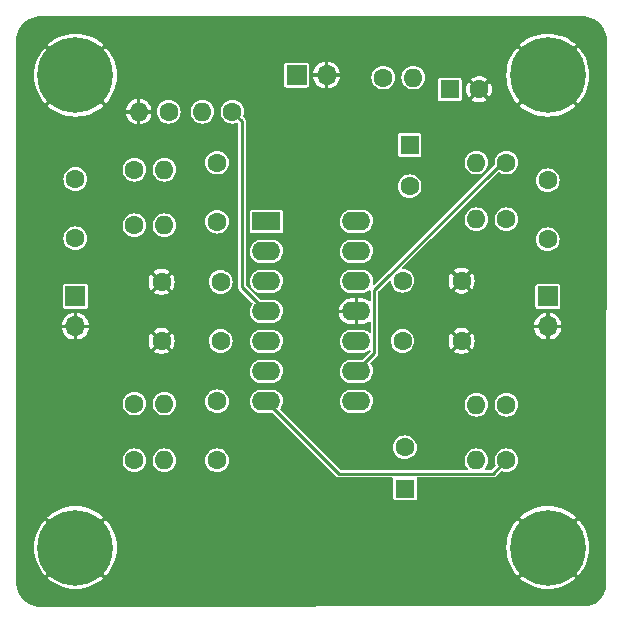
<source format=gbl>
%TF.GenerationSoftware,KiCad,Pcbnew,7.0.10-7.0.10~ubuntu22.04.1*%
%TF.CreationDate,2024-01-03T18:29:47-08:00*%
%TF.ProjectId,YamhillActiveAFFilter,59616d68-696c-46c4-9163-746976654146,A*%
%TF.SameCoordinates,Original*%
%TF.FileFunction,Copper,L2,Bot*%
%TF.FilePolarity,Positive*%
%FSLAX46Y46*%
G04 Gerber Fmt 4.6, Leading zero omitted, Abs format (unit mm)*
G04 Created by KiCad (PCBNEW 7.0.10-7.0.10~ubuntu22.04.1) date 2024-01-03 18:29:47*
%MOMM*%
%LPD*%
G01*
G04 APERTURE LIST*
%TA.AperFunction,ComponentPad*%
%ADD10R,1.600000X1.600000*%
%TD*%
%TA.AperFunction,ComponentPad*%
%ADD11C,1.600000*%
%TD*%
%TA.AperFunction,ComponentPad*%
%ADD12O,1.600000X1.600000*%
%TD*%
%TA.AperFunction,ComponentPad*%
%ADD13R,1.700000X1.700000*%
%TD*%
%TA.AperFunction,ComponentPad*%
%ADD14O,1.700000X1.700000*%
%TD*%
%TA.AperFunction,ComponentPad*%
%ADD15C,0.800000*%
%TD*%
%TA.AperFunction,ComponentPad*%
%ADD16C,6.400000*%
%TD*%
%TA.AperFunction,ComponentPad*%
%ADD17R,2.400000X1.600000*%
%TD*%
%TA.AperFunction,ComponentPad*%
%ADD18O,2.400000X1.600000*%
%TD*%
%TA.AperFunction,ViaPad*%
%ADD19C,0.600000*%
%TD*%
%TA.AperFunction,Conductor*%
%ADD20C,0.250000*%
%TD*%
G04 APERTURE END LIST*
D10*
%TO.P,C4,1*%
%TO.N,Net-(U1A-V+)*%
X136700000Y-56200000D03*
D11*
%TO.P,C4,2*%
%TO.N,GND*%
X139200000Y-56200000D03*
%TD*%
D10*
%TO.P,C10,1*%
%TO.N,Net-(C10-Pad1)*%
X133300000Y-60900000D03*
D11*
%TO.P,C10,2*%
%TO.N,Net-(U1D--)*%
X133300000Y-64400000D03*
%TD*%
%TO.P,C6,1*%
%TO.N,Net-(C6-Pad1)*%
X117000000Y-87600000D03*
%TO.P,C6,2*%
%TO.N,Net-(U1B--)*%
X117000000Y-82600000D03*
%TD*%
%TO.P,R1,1*%
%TO.N,Net-(U1A-V+)*%
X118300000Y-58100000D03*
D12*
%TO.P,R1,2*%
%TO.N,Net-(C1-Pad2)*%
X115760000Y-58100000D03*
%TD*%
D11*
%TO.P,C11,1*%
%TO.N,Net-(U1D--)*%
X145000000Y-63900000D03*
%TO.P,C11,2*%
%TO.N,Net-(J3-Pin_1)*%
X145000000Y-68900000D03*
%TD*%
%TO.P,C5,1*%
%TO.N,Net-(U1B-+)*%
X117300000Y-77500000D03*
%TO.P,C5,2*%
%TO.N,GND*%
X112300000Y-77500000D03*
%TD*%
%TO.P,C9,1*%
%TO.N,Net-(U1D-+)*%
X132700000Y-72400000D03*
%TO.P,C9,2*%
%TO.N,GND*%
X137700000Y-72400000D03*
%TD*%
%TO.P,R8,1*%
%TO.N,Net-(U1B--)*%
X141500000Y-87600000D03*
D12*
%TO.P,R8,2*%
%TO.N,Net-(C8-Pad1)*%
X138960000Y-87600000D03*
%TD*%
D13*
%TO.P,J3,1,Pin_1*%
%TO.N,Net-(J3-Pin_1)*%
X145000000Y-73725000D03*
D14*
%TO.P,J3,2,Pin_2*%
%TO.N,GND*%
X145000000Y-76265000D03*
%TD*%
D11*
%TO.P,R4,1*%
%TO.N,Net-(C3-Pad1)*%
X110000000Y-67700000D03*
D12*
%TO.P,R4,2*%
%TO.N,Net-(U1A-+)*%
X112540000Y-67700000D03*
%TD*%
D11*
%TO.P,R7,1*%
%TO.N,Net-(C6-Pad1)*%
X110000000Y-82800000D03*
D12*
%TO.P,R7,2*%
%TO.N,Net-(U1B-+)*%
X112540000Y-82800000D03*
%TD*%
D15*
%TO.P,H1,1,1*%
%TO.N,GND*%
X102600000Y-55000000D03*
X103302944Y-53302944D03*
X103302944Y-56697056D03*
X105000000Y-52600000D03*
D16*
X105000000Y-55000000D03*
D15*
X105000000Y-57400000D03*
X106697056Y-53302944D03*
X106697056Y-56697056D03*
X107400000Y-55000000D03*
%TD*%
D13*
%TO.P,J2,1,Pin_1*%
%TO.N,Net-(J2-Pin_1)*%
X123725000Y-55000000D03*
D14*
%TO.P,J2,2,Pin_2*%
%TO.N,GND*%
X126265000Y-55000000D03*
%TD*%
D11*
%TO.P,R10,1*%
%TO.N,Net-(U1C--)*%
X141500000Y-62400000D03*
D12*
%TO.P,R10,2*%
%TO.N,Net-(C10-Pad1)*%
X138960000Y-62400000D03*
%TD*%
D11*
%TO.P,C2,1*%
%TO.N,Net-(U1A-+)*%
X117300000Y-72500000D03*
%TO.P,C2,2*%
%TO.N,GND*%
X112300000Y-72500000D03*
%TD*%
%TO.P,R3,1*%
%TO.N,Net-(C1-Pad2)*%
X110000000Y-63000000D03*
D12*
%TO.P,R3,2*%
%TO.N,Net-(C3-Pad1)*%
X112540000Y-63000000D03*
%TD*%
D15*
%TO.P,H4,1,1*%
%TO.N,GND*%
X142600000Y-55000000D03*
X143302944Y-53302944D03*
X143302944Y-56697056D03*
X145000000Y-52600000D03*
D16*
X145000000Y-55000000D03*
D15*
X145000000Y-57400000D03*
X146697056Y-53302944D03*
X146697056Y-56697056D03*
X147400000Y-55000000D03*
%TD*%
D11*
%TO.P,R6,1*%
%TO.N,Net-(U1A--)*%
X110000000Y-87600000D03*
D12*
%TO.P,R6,2*%
%TO.N,Net-(C6-Pad1)*%
X112540000Y-87600000D03*
%TD*%
D11*
%TO.P,R9,1*%
%TO.N,Net-(C8-Pad1)*%
X141500000Y-82900000D03*
D12*
%TO.P,R9,2*%
%TO.N,Net-(U1C-+)*%
X138960000Y-82900000D03*
%TD*%
D11*
%TO.P,R11,1*%
%TO.N,Net-(C10-Pad1)*%
X141500000Y-67200000D03*
D12*
%TO.P,R11,2*%
%TO.N,Net-(U1D-+)*%
X138960000Y-67200000D03*
%TD*%
D15*
%TO.P,H3,1,1*%
%TO.N,GND*%
X142600000Y-95000000D03*
X143302944Y-93302944D03*
X143302944Y-96697056D03*
X145000000Y-92600000D03*
D16*
X145000000Y-95000000D03*
D15*
X145000000Y-97400000D03*
X146697056Y-93302944D03*
X146697056Y-96697056D03*
X147400000Y-95000000D03*
%TD*%
%TO.P,H2,1,1*%
%TO.N,GND*%
X102600000Y-95000000D03*
X103302944Y-93302944D03*
X103302944Y-96697056D03*
X105000000Y-92600000D03*
D16*
X105000000Y-95000000D03*
D15*
X105000000Y-97400000D03*
X106697056Y-93302944D03*
X106697056Y-96697056D03*
X107400000Y-95000000D03*
%TD*%
D10*
%TO.P,C8,1*%
%TO.N,Net-(C8-Pad1)*%
X132900000Y-90000000D03*
D11*
%TO.P,C8,2*%
%TO.N,Net-(U1C--)*%
X132900000Y-86500000D03*
%TD*%
%TO.P,C7,1*%
%TO.N,Net-(U1C-+)*%
X132700000Y-77500000D03*
%TO.P,C7,2*%
%TO.N,GND*%
X137700000Y-77500000D03*
%TD*%
%TO.P,C3,1*%
%TO.N,Net-(C3-Pad1)*%
X117000000Y-62400000D03*
%TO.P,C3,2*%
%TO.N,Net-(U1A--)*%
X117000000Y-67400000D03*
%TD*%
D13*
%TO.P,J1,1,Pin_1*%
%TO.N,Net-(J1-Pin_1)*%
X105000000Y-73725000D03*
D14*
%TO.P,J1,2,Pin_2*%
%TO.N,GND*%
X105000000Y-76265000D03*
%TD*%
D11*
%TO.P,R5,1*%
%TO.N,Net-(J2-Pin_1)*%
X131060000Y-55200000D03*
D12*
%TO.P,R5,2*%
%TO.N,Net-(U1A-V+)*%
X133600000Y-55200000D03*
%TD*%
D11*
%TO.P,R2,1*%
%TO.N,Net-(C1-Pad2)*%
X112900000Y-58100000D03*
D12*
%TO.P,R2,2*%
%TO.N,GND*%
X110360000Y-58100000D03*
%TD*%
D17*
%TO.P,U1,1*%
%TO.N,Net-(U1A--)*%
X121175000Y-67375000D03*
D18*
%TO.P,U1,2,-*%
X121175000Y-69915000D03*
%TO.P,U1,3,+*%
%TO.N,Net-(U1A-+)*%
X121175000Y-72455000D03*
%TO.P,U1,4,V+*%
%TO.N,Net-(U1A-V+)*%
X121175000Y-74995000D03*
%TO.P,U1,5,+*%
%TO.N,Net-(U1B-+)*%
X121175000Y-77535000D03*
%TO.P,U1,6,-*%
%TO.N,Net-(U1B--)*%
X121175000Y-80075000D03*
%TO.P,U1,7*%
X121175000Y-82615000D03*
%TO.P,U1,8*%
%TO.N,Net-(U1C--)*%
X128795000Y-82615000D03*
%TO.P,U1,9,-*%
X128795000Y-80075000D03*
%TO.P,U1,10,+*%
%TO.N,Net-(U1C-+)*%
X128795000Y-77535000D03*
%TO.P,U1,11,V-*%
%TO.N,GND*%
X128795000Y-74995000D03*
%TO.P,U1,12,+*%
%TO.N,Net-(U1D-+)*%
X128795000Y-72455000D03*
%TO.P,U1,13,-*%
%TO.N,Net-(U1D--)*%
X128795000Y-69915000D03*
%TO.P,U1,14*%
X128795000Y-67375000D03*
%TD*%
D11*
%TO.P,C1,1*%
%TO.N,Net-(J1-Pin_1)*%
X105000000Y-68800000D03*
%TO.P,C1,2*%
%TO.N,Net-(C1-Pad2)*%
X105000000Y-63800000D03*
%TD*%
D19*
%TO.N,GND*%
X122000000Y-99000000D03*
X142000000Y-99000000D03*
X149000000Y-87000000D03*
X147000000Y-51000000D03*
X101000000Y-87000000D03*
X149000000Y-77000000D03*
X101000000Y-72000000D03*
X122000000Y-51000000D03*
X112000000Y-99000000D03*
X142000000Y-51000000D03*
X127000000Y-51000000D03*
X149000000Y-67000000D03*
X149000000Y-97000000D03*
X149000000Y-52000000D03*
X149000000Y-82000000D03*
X101000000Y-57000000D03*
X101000000Y-52000000D03*
X107000000Y-99000000D03*
X132000000Y-51000000D03*
X117000000Y-51000000D03*
X127000000Y-99000000D03*
X102000000Y-51000000D03*
X149000000Y-72000000D03*
X137000000Y-99000000D03*
X101000000Y-62000000D03*
X101000000Y-67000000D03*
X112000000Y-51000000D03*
X107000000Y-51000000D03*
X149000000Y-62000000D03*
X149000000Y-57000000D03*
X137000000Y-51000000D03*
X101000000Y-82000000D03*
X149000000Y-92000000D03*
X132000000Y-99000000D03*
X101000000Y-97000000D03*
X102000000Y-99000000D03*
X147000000Y-99000000D03*
X101000000Y-92000000D03*
X101000000Y-77000000D03*
X117000000Y-99000000D03*
%TD*%
D20*
%TO.N,Net-(U1A-V+)*%
X119099999Y-72919999D02*
X121175000Y-74995000D01*
X119099999Y-58899999D02*
X119099999Y-72919999D01*
X118300000Y-58100000D02*
X119099999Y-58899999D01*
%TO.N,Net-(U1B--)*%
X140375000Y-88725000D02*
X127285000Y-88725000D01*
X127285000Y-88725000D02*
X121175000Y-82615000D01*
X141500000Y-87600000D02*
X140375000Y-88725000D01*
%TO.N,Net-(U1C--)*%
X141109009Y-62400000D02*
X130320000Y-73189009D01*
X141500000Y-62400000D02*
X141109009Y-62400000D01*
X130320000Y-73189009D02*
X130320000Y-78550000D01*
X130320000Y-78550000D02*
X128795000Y-80075000D01*
%TD*%
%TA.AperFunction,Conductor*%
%TO.N,GND*%
G36*
X106661385Y-96449253D02*
G01*
X106599511Y-96461561D01*
X106516816Y-96516816D01*
X106461561Y-96599511D01*
X106449253Y-96661385D01*
X106020456Y-96232588D01*
X106134870Y-96134870D01*
X106232588Y-96020456D01*
X106661385Y-96449253D01*
G37*
%TD.AperFunction*%
%TA.AperFunction,Conductor*%
G36*
X103865130Y-96134870D02*
G01*
X103979543Y-96232587D01*
X103550746Y-96661384D01*
X103538439Y-96599511D01*
X103483184Y-96516816D01*
X103400489Y-96461561D01*
X103338613Y-96449253D01*
X103767411Y-96020455D01*
X103865130Y-96134870D01*
G37*
%TD.AperFunction*%
%TA.AperFunction,Conductor*%
G36*
X103979544Y-93767411D02*
G01*
X103865130Y-93865130D01*
X103767411Y-93979544D01*
X103338613Y-93550746D01*
X103400489Y-93538439D01*
X103483184Y-93483184D01*
X103538439Y-93400489D01*
X103550746Y-93338613D01*
X103979544Y-93767411D01*
G37*
%TD.AperFunction*%
%TA.AperFunction,Conductor*%
G36*
X106461561Y-93400489D02*
G01*
X106516816Y-93483184D01*
X106599511Y-93538439D01*
X106661384Y-93550746D01*
X106232587Y-93979543D01*
X106134870Y-93865130D01*
X106020455Y-93767411D01*
X106449253Y-93338613D01*
X106461561Y-93400489D01*
G37*
%TD.AperFunction*%
%TA.AperFunction,Conductor*%
G36*
X146661385Y-96449253D02*
G01*
X146599511Y-96461561D01*
X146516816Y-96516816D01*
X146461561Y-96599511D01*
X146449253Y-96661385D01*
X146020456Y-96232588D01*
X146134870Y-96134870D01*
X146232588Y-96020456D01*
X146661385Y-96449253D01*
G37*
%TD.AperFunction*%
%TA.AperFunction,Conductor*%
G36*
X143865130Y-96134870D02*
G01*
X143979543Y-96232587D01*
X143550746Y-96661384D01*
X143538439Y-96599511D01*
X143483184Y-96516816D01*
X143400489Y-96461561D01*
X143338613Y-96449253D01*
X143767411Y-96020455D01*
X143865130Y-96134870D01*
G37*
%TD.AperFunction*%
%TA.AperFunction,Conductor*%
G36*
X143979544Y-93767411D02*
G01*
X143865130Y-93865130D01*
X143767411Y-93979544D01*
X143338613Y-93550746D01*
X143400489Y-93538439D01*
X143483184Y-93483184D01*
X143538439Y-93400489D01*
X143550746Y-93338613D01*
X143979544Y-93767411D01*
G37*
%TD.AperFunction*%
%TA.AperFunction,Conductor*%
G36*
X146461561Y-93400489D02*
G01*
X146516816Y-93483184D01*
X146599511Y-93538439D01*
X146661384Y-93550746D01*
X146232587Y-93979543D01*
X146134870Y-93865130D01*
X146020455Y-93767411D01*
X146449253Y-93338613D01*
X146461561Y-93400489D01*
G37*
%TD.AperFunction*%
%TA.AperFunction,Conductor*%
G36*
X106661385Y-56449253D02*
G01*
X106599511Y-56461561D01*
X106516816Y-56516816D01*
X106461561Y-56599511D01*
X106449253Y-56661385D01*
X106020456Y-56232588D01*
X106134870Y-56134870D01*
X106232588Y-56020456D01*
X106661385Y-56449253D01*
G37*
%TD.AperFunction*%
%TA.AperFunction,Conductor*%
G36*
X103865130Y-56134870D02*
G01*
X103979543Y-56232587D01*
X103550746Y-56661384D01*
X103538439Y-56599511D01*
X103483184Y-56516816D01*
X103400489Y-56461561D01*
X103338613Y-56449253D01*
X103767411Y-56020455D01*
X103865130Y-56134870D01*
G37*
%TD.AperFunction*%
%TA.AperFunction,Conductor*%
G36*
X103979544Y-53767411D02*
G01*
X103865130Y-53865130D01*
X103767411Y-53979544D01*
X103338613Y-53550746D01*
X103400489Y-53538439D01*
X103483184Y-53483184D01*
X103538439Y-53400489D01*
X103550746Y-53338613D01*
X103979544Y-53767411D01*
G37*
%TD.AperFunction*%
%TA.AperFunction,Conductor*%
G36*
X106461561Y-53400489D02*
G01*
X106516816Y-53483184D01*
X106599511Y-53538439D01*
X106661384Y-53550746D01*
X106232587Y-53979543D01*
X106134870Y-53865130D01*
X106020455Y-53767411D01*
X106449253Y-53338613D01*
X106461561Y-53400489D01*
G37*
%TD.AperFunction*%
%TA.AperFunction,Conductor*%
G36*
X146661385Y-56449253D02*
G01*
X146599511Y-56461561D01*
X146516816Y-56516816D01*
X146461561Y-56599511D01*
X146449253Y-56661385D01*
X146020456Y-56232588D01*
X146134870Y-56134870D01*
X146232588Y-56020456D01*
X146661385Y-56449253D01*
G37*
%TD.AperFunction*%
%TA.AperFunction,Conductor*%
G36*
X143865130Y-56134870D02*
G01*
X143979543Y-56232587D01*
X143550746Y-56661384D01*
X143538439Y-56599511D01*
X143483184Y-56516816D01*
X143400489Y-56461561D01*
X143338613Y-56449253D01*
X143767411Y-56020455D01*
X143865130Y-56134870D01*
G37*
%TD.AperFunction*%
%TA.AperFunction,Conductor*%
G36*
X143979544Y-53767411D02*
G01*
X143865130Y-53865130D01*
X143767411Y-53979544D01*
X143338613Y-53550746D01*
X143400489Y-53538439D01*
X143483184Y-53483184D01*
X143538439Y-53400489D01*
X143550746Y-53338613D01*
X143979544Y-53767411D01*
G37*
%TD.AperFunction*%
%TA.AperFunction,Conductor*%
G36*
X146461561Y-53400489D02*
G01*
X146516816Y-53483184D01*
X146599511Y-53538439D01*
X146661384Y-53550746D01*
X146232587Y-53979543D01*
X146134870Y-53865130D01*
X146020455Y-53767411D01*
X146449253Y-53338613D01*
X146461561Y-53400489D01*
G37*
%TD.AperFunction*%
%TA.AperFunction,Conductor*%
G36*
X124666055Y-50000948D02*
G01*
X124887981Y-50001067D01*
X124888183Y-50001067D01*
X124888222Y-50001081D01*
X124888223Y-50001068D01*
X136272024Y-50013226D01*
X148177832Y-50025943D01*
X148185686Y-50026370D01*
X148430663Y-50052841D01*
X148443547Y-50055409D01*
X148681984Y-50125420D01*
X148686985Y-50127085D01*
X148694671Y-50129952D01*
X148699540Y-50131968D01*
X148951239Y-50246914D01*
X148960503Y-50251973D01*
X149191047Y-50400134D01*
X149199500Y-50406462D01*
X149406610Y-50585924D01*
X149414075Y-50593389D01*
X149593537Y-50800499D01*
X149599865Y-50808952D01*
X149748026Y-51039496D01*
X149753086Y-51048762D01*
X149868031Y-51300457D01*
X149870052Y-51305337D01*
X149874513Y-51317297D01*
X149876181Y-51322310D01*
X149943606Y-51551939D01*
X149946180Y-51564880D01*
X149971523Y-51800717D01*
X149971947Y-51808632D01*
X149966958Y-98226211D01*
X149966534Y-98234117D01*
X149943675Y-98446643D01*
X149941102Y-98459577D01*
X149880306Y-98666630D01*
X149878637Y-98671643D01*
X149870048Y-98694670D01*
X149868027Y-98699550D01*
X149753086Y-98951237D01*
X149748026Y-98960503D01*
X149599865Y-99191047D01*
X149593537Y-99199500D01*
X149414075Y-99406610D01*
X149406610Y-99414075D01*
X149199500Y-99593537D01*
X149191047Y-99599865D01*
X148960503Y-99748026D01*
X148951237Y-99753086D01*
X148699542Y-99868031D01*
X148694661Y-99870052D01*
X148673641Y-99877892D01*
X148668648Y-99879554D01*
X148457480Y-99941558D01*
X148444571Y-99944128D01*
X148227805Y-99967505D01*
X148219920Y-99967932D01*
X102116357Y-99998592D01*
X102113691Y-99998546D01*
X101852439Y-99989302D01*
X101844525Y-99988595D01*
X101587590Y-99951653D01*
X101582391Y-99950715D01*
X101580668Y-99950340D01*
X101578542Y-99949877D01*
X101573430Y-99948572D01*
X101307930Y-99870614D01*
X101298038Y-99866925D01*
X101048763Y-99753086D01*
X101039496Y-99748026D01*
X100808952Y-99599865D01*
X100800499Y-99593537D01*
X100593389Y-99414075D01*
X100585924Y-99406610D01*
X100406462Y-99199500D01*
X100400134Y-99191047D01*
X100251973Y-98960503D01*
X100246913Y-98951236D01*
X100133074Y-98701961D01*
X100129385Y-98692069D01*
X100052175Y-98429116D01*
X100049930Y-98418799D01*
X100037632Y-98333264D01*
X100010742Y-98146234D01*
X100010037Y-98138350D01*
X100000547Y-97872635D01*
X100000500Y-97869994D01*
X100000500Y-95000000D01*
X101495197Y-95000000D01*
X101514397Y-95366355D01*
X101514397Y-95366356D01*
X101571783Y-95728683D01*
X101666735Y-96083046D01*
X101798201Y-96425527D01*
X101798205Y-96425538D01*
X101964746Y-96752393D01*
X102164556Y-97060073D01*
X102395426Y-97345173D01*
X102419060Y-97368807D01*
X103055141Y-96732725D01*
X103067449Y-96794601D01*
X103122704Y-96877296D01*
X103205399Y-96932551D01*
X103267272Y-96944858D01*
X102631192Y-97580939D01*
X102654826Y-97604573D01*
X102939926Y-97835443D01*
X103247606Y-98035253D01*
X103574461Y-98201794D01*
X103574472Y-98201798D01*
X103916953Y-98333264D01*
X104271316Y-98428216D01*
X104633643Y-98485602D01*
X105000000Y-98504802D01*
X105366355Y-98485602D01*
X105366356Y-98485602D01*
X105728683Y-98428216D01*
X106083046Y-98333264D01*
X106425527Y-98201798D01*
X106425538Y-98201794D01*
X106752393Y-98035253D01*
X107060073Y-97835443D01*
X107345173Y-97604573D01*
X107368806Y-97580938D01*
X106732726Y-96944858D01*
X106794601Y-96932551D01*
X106877296Y-96877296D01*
X106932551Y-96794601D01*
X106944858Y-96732726D01*
X107580938Y-97368806D01*
X107604573Y-97345173D01*
X107835443Y-97060073D01*
X108035253Y-96752393D01*
X108201794Y-96425538D01*
X108201798Y-96425527D01*
X108333264Y-96083046D01*
X108428216Y-95728683D01*
X108485602Y-95366356D01*
X108485602Y-95366355D01*
X108504802Y-95000000D01*
X141495197Y-95000000D01*
X141514397Y-95366355D01*
X141514397Y-95366356D01*
X141571783Y-95728683D01*
X141666735Y-96083046D01*
X141798201Y-96425527D01*
X141798205Y-96425538D01*
X141964746Y-96752393D01*
X142164556Y-97060073D01*
X142395426Y-97345173D01*
X142419060Y-97368807D01*
X143055141Y-96732725D01*
X143067449Y-96794601D01*
X143122704Y-96877296D01*
X143205399Y-96932551D01*
X143267272Y-96944858D01*
X142631192Y-97580939D01*
X142654826Y-97604573D01*
X142939926Y-97835443D01*
X143247606Y-98035253D01*
X143574461Y-98201794D01*
X143574472Y-98201798D01*
X143916953Y-98333264D01*
X144271316Y-98428216D01*
X144633643Y-98485602D01*
X145000000Y-98504802D01*
X145366355Y-98485602D01*
X145366356Y-98485602D01*
X145728683Y-98428216D01*
X146083046Y-98333264D01*
X146425527Y-98201798D01*
X146425538Y-98201794D01*
X146752393Y-98035253D01*
X147060073Y-97835443D01*
X147345173Y-97604573D01*
X147368806Y-97580938D01*
X146732726Y-96944858D01*
X146794601Y-96932551D01*
X146877296Y-96877296D01*
X146932551Y-96794601D01*
X146944858Y-96732726D01*
X147580938Y-97368806D01*
X147604573Y-97345173D01*
X147835443Y-97060073D01*
X148035253Y-96752393D01*
X148201794Y-96425538D01*
X148201798Y-96425527D01*
X148333264Y-96083046D01*
X148428216Y-95728683D01*
X148485602Y-95366356D01*
X148485602Y-95366355D01*
X148504802Y-95000000D01*
X148485602Y-94633644D01*
X148485602Y-94633643D01*
X148428216Y-94271316D01*
X148333264Y-93916953D01*
X148201794Y-93574461D01*
X148201791Y-93574456D01*
X148035253Y-93247607D01*
X147835443Y-92939926D01*
X147604573Y-92654826D01*
X147580939Y-92631192D01*
X146944858Y-93267272D01*
X146932551Y-93205399D01*
X146877296Y-93122704D01*
X146794601Y-93067449D01*
X146732725Y-93055141D01*
X147368807Y-92419060D01*
X147345173Y-92395426D01*
X147060073Y-92164556D01*
X146752393Y-91964746D01*
X146425538Y-91798205D01*
X146425527Y-91798201D01*
X146083046Y-91666735D01*
X145728683Y-91571783D01*
X145366356Y-91514397D01*
X145000000Y-91495197D01*
X144633644Y-91514397D01*
X144633643Y-91514397D01*
X144271316Y-91571783D01*
X143916953Y-91666735D01*
X143574461Y-91798205D01*
X143574456Y-91798208D01*
X143247607Y-91964746D01*
X142939926Y-92164556D01*
X142654827Y-92395425D01*
X142631192Y-92419059D01*
X143267274Y-93055141D01*
X143205399Y-93067449D01*
X143122704Y-93122704D01*
X143067449Y-93205399D01*
X143055141Y-93267274D01*
X142419059Y-92631192D01*
X142395425Y-92654827D01*
X142164556Y-92939926D01*
X141964746Y-93247607D01*
X141798208Y-93574456D01*
X141798205Y-93574461D01*
X141666735Y-93916953D01*
X141571783Y-94271316D01*
X141514397Y-94633643D01*
X141514397Y-94633644D01*
X141495197Y-95000000D01*
X108504802Y-95000000D01*
X108485602Y-94633644D01*
X108485602Y-94633643D01*
X108428216Y-94271316D01*
X108333264Y-93916953D01*
X108201794Y-93574461D01*
X108201791Y-93574456D01*
X108035253Y-93247607D01*
X107835443Y-92939926D01*
X107604573Y-92654826D01*
X107580939Y-92631192D01*
X106944858Y-93267272D01*
X106932551Y-93205399D01*
X106877296Y-93122704D01*
X106794601Y-93067449D01*
X106732725Y-93055141D01*
X107368807Y-92419060D01*
X107345173Y-92395426D01*
X107060073Y-92164556D01*
X106752393Y-91964746D01*
X106425538Y-91798205D01*
X106425527Y-91798201D01*
X106083046Y-91666735D01*
X105728683Y-91571783D01*
X105366356Y-91514397D01*
X105000000Y-91495197D01*
X104633644Y-91514397D01*
X104633643Y-91514397D01*
X104271316Y-91571783D01*
X103916953Y-91666735D01*
X103574461Y-91798205D01*
X103574456Y-91798208D01*
X103247607Y-91964746D01*
X102939926Y-92164556D01*
X102654827Y-92395425D01*
X102631192Y-92419059D01*
X103267274Y-93055141D01*
X103205399Y-93067449D01*
X103122704Y-93122704D01*
X103067449Y-93205399D01*
X103055141Y-93267274D01*
X102419059Y-92631192D01*
X102395425Y-92654827D01*
X102164556Y-92939926D01*
X101964746Y-93247607D01*
X101798208Y-93574456D01*
X101798205Y-93574461D01*
X101666735Y-93916953D01*
X101571783Y-94271316D01*
X101514397Y-94633643D01*
X101514397Y-94633644D01*
X101495197Y-95000000D01*
X100000500Y-95000000D01*
X100000500Y-87600000D01*
X108994659Y-87600000D01*
X109013976Y-87796133D01*
X109071187Y-87984731D01*
X109158776Y-88148597D01*
X109164090Y-88158538D01*
X109289117Y-88310883D01*
X109441462Y-88435910D01*
X109518426Y-88477048D01*
X109615268Y-88528812D01*
X109615270Y-88528812D01*
X109615273Y-88528814D01*
X109803868Y-88586024D01*
X110000000Y-88605341D01*
X110196132Y-88586024D01*
X110384727Y-88528814D01*
X110558538Y-88435910D01*
X110710883Y-88310883D01*
X110835910Y-88158538D01*
X110928814Y-87984727D01*
X110986024Y-87796132D01*
X111005341Y-87600000D01*
X111534659Y-87600000D01*
X111553976Y-87796133D01*
X111611187Y-87984731D01*
X111698776Y-88148597D01*
X111704090Y-88158538D01*
X111829117Y-88310883D01*
X111981462Y-88435910D01*
X112058426Y-88477048D01*
X112155268Y-88528812D01*
X112155270Y-88528812D01*
X112155273Y-88528814D01*
X112343868Y-88586024D01*
X112540000Y-88605341D01*
X112736132Y-88586024D01*
X112924727Y-88528814D01*
X113098538Y-88435910D01*
X113250883Y-88310883D01*
X113375910Y-88158538D01*
X113468814Y-87984727D01*
X113526024Y-87796132D01*
X113545341Y-87600000D01*
X115994659Y-87600000D01*
X116013976Y-87796133D01*
X116071187Y-87984731D01*
X116158776Y-88148597D01*
X116164090Y-88158538D01*
X116289117Y-88310883D01*
X116441462Y-88435910D01*
X116518426Y-88477048D01*
X116615268Y-88528812D01*
X116615270Y-88528812D01*
X116615273Y-88528814D01*
X116803868Y-88586024D01*
X117000000Y-88605341D01*
X117196132Y-88586024D01*
X117384727Y-88528814D01*
X117558538Y-88435910D01*
X117710883Y-88310883D01*
X117835910Y-88158538D01*
X117928814Y-87984727D01*
X117986024Y-87796132D01*
X118005341Y-87600000D01*
X117986024Y-87403868D01*
X117928814Y-87215273D01*
X117928812Y-87215270D01*
X117928812Y-87215268D01*
X117845036Y-87058536D01*
X117835910Y-87041462D01*
X117710883Y-86889117D01*
X117558538Y-86764090D01*
X117548597Y-86758776D01*
X117384731Y-86671187D01*
X117196133Y-86613976D01*
X117000000Y-86594659D01*
X116803866Y-86613976D01*
X116615268Y-86671187D01*
X116441463Y-86764089D01*
X116289117Y-86889117D01*
X116164089Y-87041463D01*
X116071187Y-87215268D01*
X116013976Y-87403866D01*
X115994659Y-87600000D01*
X113545341Y-87600000D01*
X113526024Y-87403868D01*
X113468814Y-87215273D01*
X113468812Y-87215270D01*
X113468812Y-87215268D01*
X113385036Y-87058536D01*
X113375910Y-87041462D01*
X113250883Y-86889117D01*
X113098538Y-86764090D01*
X113088597Y-86758776D01*
X112924731Y-86671187D01*
X112736133Y-86613976D01*
X112540000Y-86594659D01*
X112343866Y-86613976D01*
X112155268Y-86671187D01*
X111981463Y-86764089D01*
X111829117Y-86889117D01*
X111704089Y-87041463D01*
X111611187Y-87215268D01*
X111553976Y-87403866D01*
X111534659Y-87600000D01*
X111005341Y-87600000D01*
X110986024Y-87403868D01*
X110928814Y-87215273D01*
X110928812Y-87215270D01*
X110928812Y-87215268D01*
X110845036Y-87058536D01*
X110835910Y-87041462D01*
X110710883Y-86889117D01*
X110558538Y-86764090D01*
X110548597Y-86758776D01*
X110384731Y-86671187D01*
X110196133Y-86613976D01*
X110000000Y-86594659D01*
X109803866Y-86613976D01*
X109615268Y-86671187D01*
X109441463Y-86764089D01*
X109289117Y-86889117D01*
X109164089Y-87041463D01*
X109071187Y-87215268D01*
X109013976Y-87403866D01*
X108994659Y-87600000D01*
X100000500Y-87600000D01*
X100000500Y-82800000D01*
X108994659Y-82800000D01*
X109013976Y-82996133D01*
X109071187Y-83184731D01*
X109137001Y-83307859D01*
X109164090Y-83358538D01*
X109289117Y-83510883D01*
X109441462Y-83635910D01*
X109518426Y-83677048D01*
X109615268Y-83728812D01*
X109615270Y-83728812D01*
X109615273Y-83728814D01*
X109803868Y-83786024D01*
X110000000Y-83805341D01*
X110196132Y-83786024D01*
X110384727Y-83728814D01*
X110558538Y-83635910D01*
X110710883Y-83510883D01*
X110835910Y-83358538D01*
X110928814Y-83184727D01*
X110986024Y-82996132D01*
X111005341Y-82800000D01*
X111534659Y-82800000D01*
X111553976Y-82996133D01*
X111611187Y-83184731D01*
X111677001Y-83307859D01*
X111704090Y-83358538D01*
X111829117Y-83510883D01*
X111981462Y-83635910D01*
X112058426Y-83677048D01*
X112155268Y-83728812D01*
X112155270Y-83728812D01*
X112155273Y-83728814D01*
X112343868Y-83786024D01*
X112540000Y-83805341D01*
X112736132Y-83786024D01*
X112924727Y-83728814D01*
X113098538Y-83635910D01*
X113250883Y-83510883D01*
X113375910Y-83358538D01*
X113468814Y-83184727D01*
X113526024Y-82996132D01*
X113545341Y-82800000D01*
X113526024Y-82603868D01*
X113524851Y-82600000D01*
X115994659Y-82600000D01*
X116013976Y-82796133D01*
X116071187Y-82984731D01*
X116157899Y-83146956D01*
X116164090Y-83158538D01*
X116289117Y-83310883D01*
X116441462Y-83435910D01*
X116483796Y-83458538D01*
X116615268Y-83528812D01*
X116615270Y-83528812D01*
X116615273Y-83528814D01*
X116803868Y-83586024D01*
X117000000Y-83605341D01*
X117196132Y-83586024D01*
X117384727Y-83528814D01*
X117558538Y-83435910D01*
X117710883Y-83310883D01*
X117835910Y-83158538D01*
X117928814Y-82984727D01*
X117986024Y-82796132D01*
X117998847Y-82665936D01*
X119770631Y-82665936D01*
X119801444Y-82867071D01*
X119837442Y-82964268D01*
X119872114Y-83057887D01*
X119934848Y-83158536D01*
X119979748Y-83230571D01*
X120119941Y-83378053D01*
X120286951Y-83494295D01*
X120473942Y-83574540D01*
X120473947Y-83574541D01*
X120673252Y-83615499D01*
X120673257Y-83615499D01*
X120673259Y-83615500D01*
X120673260Y-83615500D01*
X121625741Y-83615500D01*
X121625742Y-83615500D01*
X121671955Y-83610800D01*
X121721028Y-83623211D01*
X121731768Y-83632094D01*
X127042505Y-88942831D01*
X127046859Y-88947583D01*
X127072545Y-88978194D01*
X127107141Y-88998168D01*
X127107148Y-88998172D01*
X127112593Y-89001641D01*
X127145314Y-89024553D01*
X127145316Y-89024554D01*
X127149949Y-89025795D01*
X127167795Y-89033186D01*
X127171955Y-89035588D01*
X127201628Y-89040820D01*
X127211297Y-89042525D01*
X127217598Y-89043922D01*
X127256193Y-89054264D01*
X127256193Y-89054263D01*
X127256194Y-89054264D01*
X127281802Y-89052023D01*
X127295995Y-89050781D01*
X127302444Y-89050500D01*
X131835140Y-89050500D01*
X131882706Y-89067813D01*
X131908016Y-89111650D01*
X131907718Y-89138936D01*
X131899500Y-89180252D01*
X131899500Y-90819746D01*
X131911133Y-90878232D01*
X131940608Y-90922343D01*
X131955448Y-90944552D01*
X131999560Y-90974027D01*
X132021767Y-90988866D01*
X132021768Y-90988866D01*
X132021769Y-90988867D01*
X132080252Y-91000500D01*
X132080254Y-91000500D01*
X133719746Y-91000500D01*
X133719748Y-91000500D01*
X133778231Y-90988867D01*
X133844552Y-90944552D01*
X133888867Y-90878231D01*
X133900500Y-90819748D01*
X133900500Y-89180252D01*
X133892282Y-89138936D01*
X133899983Y-89088906D01*
X133938040Y-89055531D01*
X133964860Y-89050500D01*
X140357559Y-89050500D01*
X140364008Y-89050781D01*
X140375916Y-89051823D01*
X140403805Y-89054264D01*
X140403805Y-89054263D01*
X140403807Y-89054264D01*
X140442413Y-89043918D01*
X140448703Y-89042524D01*
X140488045Y-89035588D01*
X140492194Y-89033191D01*
X140510055Y-89025794D01*
X140510059Y-89025793D01*
X140514684Y-89024554D01*
X140547410Y-89001638D01*
X140552851Y-88998172D01*
X140587455Y-88978194D01*
X140613150Y-88947570D01*
X140617494Y-88942831D01*
X141021880Y-88538444D01*
X141067755Y-88517053D01*
X141109088Y-88525509D01*
X141115261Y-88528808D01*
X141115264Y-88528809D01*
X141115273Y-88528814D01*
X141303868Y-88586024D01*
X141500000Y-88605341D01*
X141696132Y-88586024D01*
X141884727Y-88528814D01*
X142058538Y-88435910D01*
X142210883Y-88310883D01*
X142335910Y-88158538D01*
X142428814Y-87984727D01*
X142486024Y-87796132D01*
X142505341Y-87600000D01*
X142486024Y-87403868D01*
X142428814Y-87215273D01*
X142428812Y-87215270D01*
X142428812Y-87215268D01*
X142345036Y-87058536D01*
X142335910Y-87041462D01*
X142210883Y-86889117D01*
X142058538Y-86764090D01*
X142048597Y-86758776D01*
X141884731Y-86671187D01*
X141696133Y-86613976D01*
X141500000Y-86594659D01*
X141303866Y-86613976D01*
X141115268Y-86671187D01*
X140941463Y-86764089D01*
X140789117Y-86889117D01*
X140664089Y-87041463D01*
X140571187Y-87215268D01*
X140513976Y-87403866D01*
X140494659Y-87600000D01*
X140513976Y-87796133D01*
X140571187Y-87984731D01*
X140574490Y-87990909D01*
X140581644Y-88041019D01*
X140561554Y-88078118D01*
X140261848Y-88377826D01*
X140215972Y-88399218D01*
X140209522Y-88399500D01*
X139754616Y-88399500D01*
X139707050Y-88382187D01*
X139681740Y-88338350D01*
X139690530Y-88288500D01*
X139697409Y-88278560D01*
X139795910Y-88158538D01*
X139888814Y-87984727D01*
X139946024Y-87796132D01*
X139965341Y-87600000D01*
X139946024Y-87403868D01*
X139888814Y-87215273D01*
X139888812Y-87215270D01*
X139888812Y-87215268D01*
X139805036Y-87058536D01*
X139795910Y-87041462D01*
X139670883Y-86889117D01*
X139518538Y-86764090D01*
X139508597Y-86758776D01*
X139344731Y-86671187D01*
X139156133Y-86613976D01*
X138960000Y-86594659D01*
X138763866Y-86613976D01*
X138575268Y-86671187D01*
X138401463Y-86764089D01*
X138249117Y-86889117D01*
X138124089Y-87041463D01*
X138031187Y-87215268D01*
X137973976Y-87403866D01*
X137954659Y-87600000D01*
X137973976Y-87796133D01*
X138031187Y-87984731D01*
X138124089Y-88158537D01*
X138124090Y-88158538D01*
X138222586Y-88278555D01*
X138239380Y-88326307D01*
X138221549Y-88373681D01*
X138177439Y-88398512D01*
X138165384Y-88399500D01*
X127450478Y-88399500D01*
X127402912Y-88382187D01*
X127398152Y-88377826D01*
X125520326Y-86500000D01*
X131894659Y-86500000D01*
X131913976Y-86696133D01*
X131971187Y-86884731D01*
X132054963Y-87041462D01*
X132064090Y-87058538D01*
X132189117Y-87210883D01*
X132341462Y-87335910D01*
X132418426Y-87377048D01*
X132515268Y-87428812D01*
X132515270Y-87428812D01*
X132515273Y-87428814D01*
X132703868Y-87486024D01*
X132900000Y-87505341D01*
X133096132Y-87486024D01*
X133284727Y-87428814D01*
X133458538Y-87335910D01*
X133610883Y-87210883D01*
X133735910Y-87058538D01*
X133818187Y-86904608D01*
X133828812Y-86884731D01*
X133828812Y-86884730D01*
X133828814Y-86884727D01*
X133886024Y-86696132D01*
X133905341Y-86500000D01*
X133886024Y-86303868D01*
X133828814Y-86115273D01*
X133828812Y-86115270D01*
X133828812Y-86115268D01*
X133777048Y-86018426D01*
X133735910Y-85941462D01*
X133610883Y-85789117D01*
X133458538Y-85664090D01*
X133448597Y-85658776D01*
X133284731Y-85571187D01*
X133096133Y-85513976D01*
X132900000Y-85494659D01*
X132703866Y-85513976D01*
X132515268Y-85571187D01*
X132341463Y-85664089D01*
X132189117Y-85789117D01*
X132064089Y-85941463D01*
X131971187Y-86115268D01*
X131913976Y-86303866D01*
X131894659Y-86500000D01*
X125520326Y-86500000D01*
X122360580Y-83340254D01*
X122339188Y-83294378D01*
X122352289Y-83245483D01*
X122354371Y-83242655D01*
X122428448Y-83146958D01*
X122518060Y-82964271D01*
X122569063Y-82767285D01*
X122574203Y-82665936D01*
X127390631Y-82665936D01*
X127421444Y-82867071D01*
X127457442Y-82964268D01*
X127492114Y-83057887D01*
X127554848Y-83158536D01*
X127599748Y-83230571D01*
X127739941Y-83378053D01*
X127906951Y-83494295D01*
X128093942Y-83574540D01*
X128093947Y-83574541D01*
X128293252Y-83615499D01*
X128293257Y-83615499D01*
X128293259Y-83615500D01*
X128293260Y-83615500D01*
X129245741Y-83615500D01*
X129245742Y-83615500D01*
X129295341Y-83610456D01*
X129397434Y-83600075D01*
X129397435Y-83600074D01*
X129397438Y-83600074D01*
X129591588Y-83539159D01*
X129769502Y-83440409D01*
X129923895Y-83307866D01*
X130048448Y-83146958D01*
X130138060Y-82964271D01*
X130154701Y-82900000D01*
X137954659Y-82900000D01*
X137973976Y-83096133D01*
X138031187Y-83284731D01*
X138111995Y-83435910D01*
X138124090Y-83458538D01*
X138249117Y-83610883D01*
X138401462Y-83735910D01*
X138478426Y-83777048D01*
X138575268Y-83828812D01*
X138575270Y-83828812D01*
X138575273Y-83828814D01*
X138763868Y-83886024D01*
X138960000Y-83905341D01*
X139156132Y-83886024D01*
X139344727Y-83828814D01*
X139518538Y-83735910D01*
X139670883Y-83610883D01*
X139795910Y-83458538D01*
X139888814Y-83284727D01*
X139946024Y-83096132D01*
X139965341Y-82900000D01*
X140494659Y-82900000D01*
X140513976Y-83096133D01*
X140571187Y-83284731D01*
X140651995Y-83435910D01*
X140664090Y-83458538D01*
X140789117Y-83610883D01*
X140941462Y-83735910D01*
X141018426Y-83777048D01*
X141115268Y-83828812D01*
X141115270Y-83828812D01*
X141115273Y-83828814D01*
X141303868Y-83886024D01*
X141500000Y-83905341D01*
X141696132Y-83886024D01*
X141884727Y-83828814D01*
X142058538Y-83735910D01*
X142210883Y-83610883D01*
X142335910Y-83458538D01*
X142428814Y-83284727D01*
X142486024Y-83096132D01*
X142505341Y-82900000D01*
X142486024Y-82703868D01*
X142428814Y-82515273D01*
X142428812Y-82515270D01*
X142428812Y-82515268D01*
X142347384Y-82362929D01*
X142335910Y-82341462D01*
X142210883Y-82189117D01*
X142058538Y-82064090D01*
X142016204Y-82041462D01*
X141884731Y-81971187D01*
X141696133Y-81913976D01*
X141500000Y-81894659D01*
X141303866Y-81913976D01*
X141115268Y-81971187D01*
X140941463Y-82064089D01*
X140789117Y-82189117D01*
X140664089Y-82341463D01*
X140571187Y-82515268D01*
X140513976Y-82703866D01*
X140494659Y-82900000D01*
X139965341Y-82900000D01*
X139946024Y-82703868D01*
X139888814Y-82515273D01*
X139888812Y-82515270D01*
X139888812Y-82515268D01*
X139807384Y-82362929D01*
X139795910Y-82341462D01*
X139670883Y-82189117D01*
X139518538Y-82064090D01*
X139476204Y-82041462D01*
X139344731Y-81971187D01*
X139156133Y-81913976D01*
X138960000Y-81894659D01*
X138763866Y-81913976D01*
X138575268Y-81971187D01*
X138401463Y-82064089D01*
X138249117Y-82189117D01*
X138124089Y-82341463D01*
X138031187Y-82515268D01*
X137973976Y-82703866D01*
X137954659Y-82900000D01*
X130154701Y-82900000D01*
X130189063Y-82767285D01*
X130199369Y-82564064D01*
X130168556Y-82362929D01*
X130097886Y-82172113D01*
X129990252Y-81999429D01*
X129850059Y-81851947D01*
X129795504Y-81813976D01*
X129723831Y-81764090D01*
X129683049Y-81735705D01*
X129496058Y-81655460D01*
X129496052Y-81655458D01*
X129296747Y-81614500D01*
X129296741Y-81614500D01*
X128344258Y-81614500D01*
X128344250Y-81614500D01*
X128192565Y-81629924D01*
X128192560Y-81629926D01*
X127998417Y-81690838D01*
X127998412Y-81690840D01*
X127820498Y-81789591D01*
X127820495Y-81789593D01*
X127666104Y-81922135D01*
X127666099Y-81922140D01*
X127541551Y-82083043D01*
X127451941Y-82265727D01*
X127451939Y-82265731D01*
X127400936Y-82462718D01*
X127390631Y-82665934D01*
X127390631Y-82665936D01*
X122574203Y-82665936D01*
X122579369Y-82564064D01*
X122548556Y-82362929D01*
X122477886Y-82172113D01*
X122370252Y-81999429D01*
X122230059Y-81851947D01*
X122175504Y-81813976D01*
X122103831Y-81764090D01*
X122063049Y-81735705D01*
X121876058Y-81655460D01*
X121876052Y-81655458D01*
X121676747Y-81614500D01*
X121676741Y-81614500D01*
X120724258Y-81614500D01*
X120724250Y-81614500D01*
X120572565Y-81629924D01*
X120572560Y-81629926D01*
X120378417Y-81690838D01*
X120378412Y-81690840D01*
X120200498Y-81789591D01*
X120200495Y-81789593D01*
X120046104Y-81922135D01*
X120046099Y-81922140D01*
X119921551Y-82083043D01*
X119831941Y-82265727D01*
X119831939Y-82265731D01*
X119780936Y-82462718D01*
X119770631Y-82665934D01*
X119770631Y-82665936D01*
X117998847Y-82665936D01*
X118005341Y-82600000D01*
X117986024Y-82403868D01*
X117928814Y-82215273D01*
X117928812Y-82215270D01*
X117928812Y-82215268D01*
X117861382Y-82089117D01*
X117835910Y-82041462D01*
X117710883Y-81889117D01*
X117558538Y-81764090D01*
X117548597Y-81758776D01*
X117384731Y-81671187D01*
X117196133Y-81613976D01*
X117000000Y-81594659D01*
X116803866Y-81613976D01*
X116615268Y-81671187D01*
X116441463Y-81764089D01*
X116289117Y-81889117D01*
X116164089Y-82041463D01*
X116071187Y-82215268D01*
X116013976Y-82403866D01*
X115994659Y-82600000D01*
X113524851Y-82600000D01*
X113468814Y-82415273D01*
X113468812Y-82415270D01*
X113468812Y-82415268D01*
X113388880Y-82265727D01*
X113375910Y-82241462D01*
X113250883Y-82089117D01*
X113098538Y-81964090D01*
X113088597Y-81958776D01*
X112924731Y-81871187D01*
X112736133Y-81813976D01*
X112540000Y-81794659D01*
X112343866Y-81813976D01*
X112155268Y-81871187D01*
X111981463Y-81964089D01*
X111829117Y-82089117D01*
X111704089Y-82241463D01*
X111611187Y-82415268D01*
X111553976Y-82603866D01*
X111534659Y-82800000D01*
X111005341Y-82800000D01*
X110986024Y-82603868D01*
X110928814Y-82415273D01*
X110928812Y-82415270D01*
X110928812Y-82415268D01*
X110848880Y-82265727D01*
X110835910Y-82241462D01*
X110710883Y-82089117D01*
X110558538Y-81964090D01*
X110548597Y-81958776D01*
X110384731Y-81871187D01*
X110196133Y-81813976D01*
X110000000Y-81794659D01*
X109803866Y-81813976D01*
X109615268Y-81871187D01*
X109441463Y-81964089D01*
X109289117Y-82089117D01*
X109164089Y-82241463D01*
X109071187Y-82415268D01*
X109013976Y-82603866D01*
X108994659Y-82800000D01*
X100000500Y-82800000D01*
X100000500Y-80125936D01*
X119770631Y-80125936D01*
X119801444Y-80327071D01*
X119872114Y-80517887D01*
X119979748Y-80690571D01*
X120119941Y-80838053D01*
X120286951Y-80954295D01*
X120473942Y-81034540D01*
X120473947Y-81034541D01*
X120673252Y-81075499D01*
X120673257Y-81075499D01*
X120673259Y-81075500D01*
X120673260Y-81075500D01*
X121625741Y-81075500D01*
X121625742Y-81075500D01*
X121675341Y-81070456D01*
X121777434Y-81060075D01*
X121777435Y-81060074D01*
X121777438Y-81060074D01*
X121971588Y-80999159D01*
X122149502Y-80900409D01*
X122303895Y-80767866D01*
X122428448Y-80606958D01*
X122518060Y-80424271D01*
X122569063Y-80227285D01*
X122579369Y-80024064D01*
X122548556Y-79822929D01*
X122477886Y-79632113D01*
X122370252Y-79459429D01*
X122230059Y-79311947D01*
X122063049Y-79195705D01*
X121876058Y-79115460D01*
X121876052Y-79115458D01*
X121676747Y-79074500D01*
X121676741Y-79074500D01*
X120724258Y-79074500D01*
X120724250Y-79074500D01*
X120572565Y-79089924D01*
X120572560Y-79089926D01*
X120378417Y-79150838D01*
X120378412Y-79150840D01*
X120200498Y-79249591D01*
X120200495Y-79249593D01*
X120046104Y-79382135D01*
X120046099Y-79382140D01*
X119921551Y-79543043D01*
X119831941Y-79725727D01*
X119831939Y-79725731D01*
X119780936Y-79922718D01*
X119775797Y-80024064D01*
X119770631Y-80125936D01*
X100000500Y-80125936D01*
X100000500Y-77500003D01*
X111195287Y-77500003D01*
X111214095Y-77702984D01*
X111269884Y-77899062D01*
X111269886Y-77899067D01*
X111360754Y-78081557D01*
X111360756Y-78081560D01*
X111423379Y-78164486D01*
X111930997Y-77656868D01*
X111972359Y-77738045D01*
X112061955Y-77827641D01*
X112143129Y-77869001D01*
X111632320Y-78379810D01*
X111634255Y-78381575D01*
X111634258Y-78381577D01*
X111807582Y-78488895D01*
X111807591Y-78488900D01*
X111997679Y-78562540D01*
X112198066Y-78599999D01*
X112198072Y-78600000D01*
X112401928Y-78600000D01*
X112401933Y-78599999D01*
X112602320Y-78562540D01*
X112792408Y-78488900D01*
X112792417Y-78488895D01*
X112965738Y-78381579D01*
X112967677Y-78379810D01*
X112967677Y-78379809D01*
X112456869Y-77869001D01*
X112538045Y-77827641D01*
X112627641Y-77738045D01*
X112669001Y-77656869D01*
X113176619Y-78164487D01*
X113239243Y-78081559D01*
X113239245Y-78081557D01*
X113330113Y-77899067D01*
X113330115Y-77899062D01*
X113385904Y-77702984D01*
X113404713Y-77500003D01*
X113404713Y-77500000D01*
X116294659Y-77500000D01*
X116313976Y-77696133D01*
X116371187Y-77884731D01*
X116420981Y-77977887D01*
X116464090Y-78058538D01*
X116589117Y-78210883D01*
X116741462Y-78335910D01*
X116818426Y-78377048D01*
X116915268Y-78428812D01*
X116915270Y-78428812D01*
X116915273Y-78428814D01*
X117103868Y-78486024D01*
X117300000Y-78505341D01*
X117496132Y-78486024D01*
X117684727Y-78428814D01*
X117858538Y-78335910D01*
X118010883Y-78210883D01*
X118135910Y-78058538D01*
X118228814Y-77884727D01*
X118286024Y-77696132D01*
X118296877Y-77585936D01*
X119770631Y-77585936D01*
X119801444Y-77787071D01*
X119843268Y-77900000D01*
X119872114Y-77977887D01*
X119936731Y-78081557D01*
X119979748Y-78150571D01*
X120119941Y-78298053D01*
X120286951Y-78414295D01*
X120473942Y-78494540D01*
X120473947Y-78494541D01*
X120673252Y-78535499D01*
X120673257Y-78535499D01*
X120673259Y-78535500D01*
X120673260Y-78535500D01*
X121625741Y-78535500D01*
X121625742Y-78535500D01*
X121675341Y-78530456D01*
X121777434Y-78520075D01*
X121777435Y-78520074D01*
X121777438Y-78520074D01*
X121971588Y-78459159D01*
X122149502Y-78360409D01*
X122303895Y-78227866D01*
X122428448Y-78066958D01*
X122518060Y-77884271D01*
X122569063Y-77687285D01*
X122579369Y-77484064D01*
X122548556Y-77282929D01*
X122477886Y-77092113D01*
X122370252Y-76919429D01*
X122230059Y-76771947D01*
X122063049Y-76655705D01*
X121980285Y-76620188D01*
X121876058Y-76575460D01*
X121876052Y-76575458D01*
X121676747Y-76534500D01*
X121676741Y-76534500D01*
X120724258Y-76534500D01*
X120724250Y-76534500D01*
X120572565Y-76549924D01*
X120572560Y-76549926D01*
X120378417Y-76610838D01*
X120378412Y-76610840D01*
X120200498Y-76709591D01*
X120200495Y-76709593D01*
X120046104Y-76842135D01*
X120046099Y-76842140D01*
X119921551Y-77003043D01*
X119831941Y-77185727D01*
X119831939Y-77185731D01*
X119780936Y-77382718D01*
X119775797Y-77484064D01*
X119770631Y-77585936D01*
X118296877Y-77585936D01*
X118305341Y-77500000D01*
X118286024Y-77303868D01*
X118228814Y-77115273D01*
X118228812Y-77115270D01*
X118228812Y-77115268D01*
X118168825Y-77003042D01*
X118135910Y-76941462D01*
X118010883Y-76789117D01*
X117858538Y-76664090D01*
X117842849Y-76655704D01*
X117684731Y-76571187D01*
X117496133Y-76513976D01*
X117300000Y-76494659D01*
X117103866Y-76513976D01*
X116915268Y-76571187D01*
X116741463Y-76664089D01*
X116589117Y-76789117D01*
X116464089Y-76941463D01*
X116371187Y-77115268D01*
X116313976Y-77303866D01*
X116294659Y-77500000D01*
X113404713Y-77500000D01*
X113404713Y-77499996D01*
X113385904Y-77297015D01*
X113330115Y-77100937D01*
X113330113Y-77100932D01*
X113239245Y-76918442D01*
X113239243Y-76918439D01*
X113176618Y-76835511D01*
X112669001Y-77343129D01*
X112627641Y-77261955D01*
X112538045Y-77172359D01*
X112456868Y-77130997D01*
X112967677Y-76620189D01*
X112965736Y-76618418D01*
X112792417Y-76511104D01*
X112792408Y-76511099D01*
X112602320Y-76437459D01*
X112401933Y-76400000D01*
X112198066Y-76400000D01*
X111997679Y-76437459D01*
X111807591Y-76511099D01*
X111807582Y-76511104D01*
X111634262Y-76618419D01*
X111634262Y-76618420D01*
X111632321Y-76620188D01*
X112143130Y-77130998D01*
X112061955Y-77172359D01*
X111972359Y-77261955D01*
X111930998Y-77343130D01*
X111423379Y-76835511D01*
X111360754Y-76918443D01*
X111360753Y-76918445D01*
X111269886Y-77100932D01*
X111269884Y-77100937D01*
X111214095Y-77297015D01*
X111195287Y-77499996D01*
X111195287Y-77500003D01*
X100000500Y-77500003D01*
X100000500Y-76415001D01*
X103858972Y-76415001D01*
X103864736Y-76477204D01*
X103864738Y-76477218D01*
X103923061Y-76682202D01*
X103923064Y-76682212D01*
X104018059Y-76872988D01*
X104018063Y-76872994D01*
X104146501Y-77043071D01*
X104304003Y-77186653D01*
X104485200Y-77298844D01*
X104485210Y-77298849D01*
X104683935Y-77375836D01*
X104849999Y-77406879D01*
X104850000Y-77406879D01*
X104850000Y-76746170D01*
X104857685Y-76749680D01*
X104964237Y-76765000D01*
X105035763Y-76765000D01*
X105142315Y-76749680D01*
X105150000Y-76746170D01*
X105150000Y-77406879D01*
X105316064Y-77375836D01*
X105514789Y-77298849D01*
X105514799Y-77298844D01*
X105695996Y-77186653D01*
X105853498Y-77043071D01*
X105981936Y-76872994D01*
X105981940Y-76872988D01*
X106076935Y-76682212D01*
X106076938Y-76682202D01*
X106135261Y-76477218D01*
X106135263Y-76477204D01*
X106141027Y-76415001D01*
X106141026Y-76415000D01*
X105477065Y-76415000D01*
X105500000Y-76336889D01*
X105500000Y-76193111D01*
X105477065Y-76115000D01*
X106141026Y-76115000D01*
X106141027Y-76114998D01*
X106135263Y-76052795D01*
X106135261Y-76052781D01*
X106076938Y-75847797D01*
X106076935Y-75847787D01*
X105981940Y-75657011D01*
X105981936Y-75657005D01*
X105853498Y-75486928D01*
X105695996Y-75343346D01*
X105514799Y-75231155D01*
X105514789Y-75231150D01*
X105316063Y-75154162D01*
X105150000Y-75123119D01*
X105150000Y-75783829D01*
X105142315Y-75780320D01*
X105035763Y-75765000D01*
X104964237Y-75765000D01*
X104857685Y-75780320D01*
X104850000Y-75783829D01*
X104850000Y-75123119D01*
X104849999Y-75123119D01*
X104683936Y-75154162D01*
X104485210Y-75231150D01*
X104485200Y-75231155D01*
X104304003Y-75343346D01*
X104146501Y-75486928D01*
X104018063Y-75657005D01*
X104018059Y-75657011D01*
X103923064Y-75847787D01*
X103923061Y-75847797D01*
X103864738Y-76052781D01*
X103864736Y-76052795D01*
X103858972Y-76114998D01*
X103858974Y-76115000D01*
X104522935Y-76115000D01*
X104500000Y-76193111D01*
X104500000Y-76336889D01*
X104522935Y-76415000D01*
X103858974Y-76415000D01*
X103858972Y-76415001D01*
X100000500Y-76415001D01*
X100000500Y-74594748D01*
X103949500Y-74594748D01*
X103952501Y-74609835D01*
X103961133Y-74653232D01*
X103970573Y-74667359D01*
X104005448Y-74719552D01*
X104040429Y-74742926D01*
X104071767Y-74763866D01*
X104071768Y-74763866D01*
X104071769Y-74763867D01*
X104130252Y-74775500D01*
X104130254Y-74775500D01*
X105869746Y-74775500D01*
X105869748Y-74775500D01*
X105928231Y-74763867D01*
X105994552Y-74719552D01*
X106038867Y-74653231D01*
X106050500Y-74594748D01*
X106050500Y-72855252D01*
X106038867Y-72796769D01*
X105994552Y-72730448D01*
X105967141Y-72712132D01*
X105928232Y-72686133D01*
X105928233Y-72686133D01*
X105898989Y-72680316D01*
X105869748Y-72674500D01*
X104130252Y-72674500D01*
X104101010Y-72680316D01*
X104071767Y-72686133D01*
X104005449Y-72730447D01*
X104005447Y-72730449D01*
X103961133Y-72796767D01*
X103959128Y-72806847D01*
X103949500Y-72855252D01*
X103949500Y-74594748D01*
X100000500Y-74594748D01*
X100000500Y-72500003D01*
X111195287Y-72500003D01*
X111214095Y-72702984D01*
X111269884Y-72899062D01*
X111269886Y-72899067D01*
X111360754Y-73081557D01*
X111360756Y-73081560D01*
X111423379Y-73164486D01*
X111930997Y-72656868D01*
X111972359Y-72738045D01*
X112061955Y-72827641D01*
X112143129Y-72869001D01*
X111632320Y-73379810D01*
X111634255Y-73381575D01*
X111634258Y-73381577D01*
X111807582Y-73488895D01*
X111807591Y-73488900D01*
X111997679Y-73562540D01*
X112198066Y-73599999D01*
X112198072Y-73600000D01*
X112401928Y-73600000D01*
X112401933Y-73599999D01*
X112602320Y-73562540D01*
X112792408Y-73488900D01*
X112792417Y-73488895D01*
X112965738Y-73381579D01*
X112967677Y-73379810D01*
X112967677Y-73379809D01*
X112456869Y-72869001D01*
X112538045Y-72827641D01*
X112627641Y-72738045D01*
X112669001Y-72656869D01*
X113176619Y-73164487D01*
X113239243Y-73081559D01*
X113239245Y-73081557D01*
X113330113Y-72899067D01*
X113330115Y-72899062D01*
X113385904Y-72702984D01*
X113404713Y-72500003D01*
X113404713Y-72500000D01*
X116294659Y-72500000D01*
X116313976Y-72696133D01*
X116371187Y-72884731D01*
X116429434Y-72993702D01*
X116464090Y-73058538D01*
X116589117Y-73210883D01*
X116741462Y-73335910D01*
X116818426Y-73377048D01*
X116915268Y-73428812D01*
X116915270Y-73428812D01*
X116915273Y-73428814D01*
X117103868Y-73486024D01*
X117300000Y-73505341D01*
X117496132Y-73486024D01*
X117684727Y-73428814D01*
X117858538Y-73335910D01*
X118010883Y-73210883D01*
X118135910Y-73058538D01*
X118228814Y-72884727D01*
X118286024Y-72696132D01*
X118305341Y-72500000D01*
X118286024Y-72303868D01*
X118228814Y-72115273D01*
X118228812Y-72115270D01*
X118228812Y-72115268D01*
X118167199Y-72000000D01*
X118135910Y-71941462D01*
X118010883Y-71789117D01*
X117858538Y-71664090D01*
X117793999Y-71629593D01*
X117684731Y-71571187D01*
X117496133Y-71513976D01*
X117300000Y-71494659D01*
X117103866Y-71513976D01*
X116915268Y-71571187D01*
X116741463Y-71664089D01*
X116589117Y-71789117D01*
X116464089Y-71941463D01*
X116371187Y-72115268D01*
X116313976Y-72303866D01*
X116294659Y-72500000D01*
X113404713Y-72500000D01*
X113404713Y-72499996D01*
X113385904Y-72297015D01*
X113330115Y-72100937D01*
X113330113Y-72100932D01*
X113239245Y-71918442D01*
X113239243Y-71918439D01*
X113176618Y-71835511D01*
X112669001Y-72343129D01*
X112627641Y-72261955D01*
X112538045Y-72172359D01*
X112456868Y-72130997D01*
X112967677Y-71620189D01*
X112965736Y-71618418D01*
X112792417Y-71511104D01*
X112792408Y-71511099D01*
X112602320Y-71437459D01*
X112401933Y-71400000D01*
X112198066Y-71400000D01*
X111997679Y-71437459D01*
X111807591Y-71511099D01*
X111807582Y-71511104D01*
X111634262Y-71618419D01*
X111634262Y-71618420D01*
X111632321Y-71620188D01*
X112143130Y-72130998D01*
X112061955Y-72172359D01*
X111972359Y-72261955D01*
X111930998Y-72343130D01*
X111423379Y-71835511D01*
X111360754Y-71918443D01*
X111360753Y-71918445D01*
X111269886Y-72100932D01*
X111269884Y-72100937D01*
X111214095Y-72297015D01*
X111195287Y-72499996D01*
X111195287Y-72500003D01*
X100000500Y-72500003D01*
X100000500Y-68800000D01*
X103994659Y-68800000D01*
X104013976Y-68996133D01*
X104071187Y-69184731D01*
X104158776Y-69348597D01*
X104164090Y-69358538D01*
X104289117Y-69510883D01*
X104441462Y-69635910D01*
X104492011Y-69662929D01*
X104615268Y-69728812D01*
X104615270Y-69728812D01*
X104615273Y-69728814D01*
X104803868Y-69786024D01*
X105000000Y-69805341D01*
X105196132Y-69786024D01*
X105384727Y-69728814D01*
X105558538Y-69635910D01*
X105710883Y-69510883D01*
X105835910Y-69358538D01*
X105928814Y-69184727D01*
X105986024Y-68996132D01*
X106005341Y-68800000D01*
X105986024Y-68603868D01*
X105928814Y-68415273D01*
X105928812Y-68415270D01*
X105928812Y-68415268D01*
X105842201Y-68253232D01*
X105835910Y-68241462D01*
X105710883Y-68089117D01*
X105558538Y-67964090D01*
X105548147Y-67958536D01*
X105384731Y-67871187D01*
X105196133Y-67813976D01*
X105000000Y-67794659D01*
X104803866Y-67813976D01*
X104615268Y-67871187D01*
X104441463Y-67964089D01*
X104289117Y-68089117D01*
X104164089Y-68241463D01*
X104071187Y-68415268D01*
X104013976Y-68603866D01*
X103994659Y-68800000D01*
X100000500Y-68800000D01*
X100000500Y-67700000D01*
X108994659Y-67700000D01*
X109013976Y-67896133D01*
X109071187Y-68084731D01*
X109151995Y-68235910D01*
X109164090Y-68258538D01*
X109289117Y-68410883D01*
X109441462Y-68535910D01*
X109518426Y-68577048D01*
X109615268Y-68628812D01*
X109615270Y-68628812D01*
X109615273Y-68628814D01*
X109803868Y-68686024D01*
X110000000Y-68705341D01*
X110196132Y-68686024D01*
X110384727Y-68628814D01*
X110558538Y-68535910D01*
X110710883Y-68410883D01*
X110835910Y-68258538D01*
X110918187Y-68104608D01*
X110928812Y-68084731D01*
X110928812Y-68084730D01*
X110928814Y-68084727D01*
X110986024Y-67896132D01*
X111005341Y-67700000D01*
X111534659Y-67700000D01*
X111553976Y-67896133D01*
X111611187Y-68084731D01*
X111691995Y-68235910D01*
X111704090Y-68258538D01*
X111829117Y-68410883D01*
X111981462Y-68535910D01*
X112058426Y-68577048D01*
X112155268Y-68628812D01*
X112155270Y-68628812D01*
X112155273Y-68628814D01*
X112343868Y-68686024D01*
X112540000Y-68705341D01*
X112736132Y-68686024D01*
X112924727Y-68628814D01*
X113098538Y-68535910D01*
X113250883Y-68410883D01*
X113375910Y-68258538D01*
X113458187Y-68104608D01*
X113468812Y-68084731D01*
X113468812Y-68084730D01*
X113468814Y-68084727D01*
X113526024Y-67896132D01*
X113545341Y-67700000D01*
X113526024Y-67503868D01*
X113494516Y-67400000D01*
X115994659Y-67400000D01*
X116013976Y-67596133D01*
X116071187Y-67784731D01*
X116136519Y-67906956D01*
X116164090Y-67958538D01*
X116289117Y-68110883D01*
X116441462Y-68235910D01*
X116483796Y-68258538D01*
X116615268Y-68328812D01*
X116615270Y-68328812D01*
X116615273Y-68328814D01*
X116803868Y-68386024D01*
X117000000Y-68405341D01*
X117196132Y-68386024D01*
X117384727Y-68328814D01*
X117558538Y-68235910D01*
X117710883Y-68110883D01*
X117835910Y-67958538D01*
X117928814Y-67784727D01*
X117986024Y-67596132D01*
X118005341Y-67400000D01*
X117986024Y-67203868D01*
X117928814Y-67015273D01*
X117928812Y-67015270D01*
X117928812Y-67015268D01*
X117836755Y-66843043D01*
X117835910Y-66841462D01*
X117710883Y-66689117D01*
X117558538Y-66564090D01*
X117531416Y-66549593D01*
X117384731Y-66471187D01*
X117196133Y-66413976D01*
X117000000Y-66394659D01*
X116803866Y-66413976D01*
X116615268Y-66471187D01*
X116441463Y-66564089D01*
X116289117Y-66689117D01*
X116164089Y-66841463D01*
X116071187Y-67015268D01*
X116013976Y-67203866D01*
X115994659Y-67400000D01*
X113494516Y-67400000D01*
X113468814Y-67315273D01*
X113468812Y-67315270D01*
X113468812Y-67315268D01*
X113407199Y-67200000D01*
X113375910Y-67141462D01*
X113250883Y-66989117D01*
X113098538Y-66864090D01*
X113056204Y-66841462D01*
X112924731Y-66771187D01*
X112736133Y-66713976D01*
X112540000Y-66694659D01*
X112343866Y-66713976D01*
X112155268Y-66771187D01*
X111981463Y-66864089D01*
X111829117Y-66989117D01*
X111704089Y-67141463D01*
X111611187Y-67315268D01*
X111553976Y-67503866D01*
X111534659Y-67700000D01*
X111005341Y-67700000D01*
X110986024Y-67503868D01*
X110928814Y-67315273D01*
X110928812Y-67315270D01*
X110928812Y-67315268D01*
X110867199Y-67200000D01*
X110835910Y-67141462D01*
X110710883Y-66989117D01*
X110558538Y-66864090D01*
X110516204Y-66841462D01*
X110384731Y-66771187D01*
X110196133Y-66713976D01*
X110000000Y-66694659D01*
X109803866Y-66713976D01*
X109615268Y-66771187D01*
X109441463Y-66864089D01*
X109289117Y-66989117D01*
X109164089Y-67141463D01*
X109071187Y-67315268D01*
X109013976Y-67503866D01*
X108994659Y-67700000D01*
X100000500Y-67700000D01*
X100000500Y-63800000D01*
X103994659Y-63800000D01*
X104013976Y-63996133D01*
X104071187Y-64184731D01*
X104124637Y-64284727D01*
X104164090Y-64358538D01*
X104289117Y-64510883D01*
X104441462Y-64635910D01*
X104518426Y-64677048D01*
X104615268Y-64728812D01*
X104615270Y-64728812D01*
X104615273Y-64728814D01*
X104803868Y-64786024D01*
X105000000Y-64805341D01*
X105196132Y-64786024D01*
X105384727Y-64728814D01*
X105558538Y-64635910D01*
X105710883Y-64510883D01*
X105835910Y-64358538D01*
X105928814Y-64184727D01*
X105986024Y-63996132D01*
X106005341Y-63800000D01*
X105986024Y-63603868D01*
X105928814Y-63415273D01*
X105928812Y-63415270D01*
X105928812Y-63415268D01*
X105877048Y-63318426D01*
X105835910Y-63241462D01*
X105710883Y-63089117D01*
X105602294Y-63000000D01*
X108994659Y-63000000D01*
X109013976Y-63196133D01*
X109071187Y-63384731D01*
X109140964Y-63515273D01*
X109164090Y-63558538D01*
X109289117Y-63710883D01*
X109441462Y-63835910D01*
X109518426Y-63877048D01*
X109615268Y-63928812D01*
X109615270Y-63928812D01*
X109615273Y-63928814D01*
X109803868Y-63986024D01*
X110000000Y-64005341D01*
X110196132Y-63986024D01*
X110384727Y-63928814D01*
X110558538Y-63835910D01*
X110710883Y-63710883D01*
X110835910Y-63558538D01*
X110928814Y-63384727D01*
X110986024Y-63196132D01*
X111005341Y-63000000D01*
X111534659Y-63000000D01*
X111553976Y-63196133D01*
X111611187Y-63384731D01*
X111680964Y-63515273D01*
X111704090Y-63558538D01*
X111829117Y-63710883D01*
X111981462Y-63835910D01*
X112058426Y-63877048D01*
X112155268Y-63928812D01*
X112155270Y-63928812D01*
X112155273Y-63928814D01*
X112343868Y-63986024D01*
X112540000Y-64005341D01*
X112736132Y-63986024D01*
X112924727Y-63928814D01*
X113098538Y-63835910D01*
X113250883Y-63710883D01*
X113375910Y-63558538D01*
X113468814Y-63384727D01*
X113526024Y-63196132D01*
X113545341Y-63000000D01*
X113526024Y-62803868D01*
X113468814Y-62615273D01*
X113468812Y-62615270D01*
X113468812Y-62615268D01*
X113410077Y-62505384D01*
X113375910Y-62441462D01*
X113341883Y-62400000D01*
X115994659Y-62400000D01*
X116013976Y-62596133D01*
X116071187Y-62784731D01*
X116129946Y-62894659D01*
X116164090Y-62958538D01*
X116289117Y-63110883D01*
X116441462Y-63235910D01*
X116518426Y-63277048D01*
X116615268Y-63328812D01*
X116615270Y-63328812D01*
X116615273Y-63328814D01*
X116803868Y-63386024D01*
X117000000Y-63405341D01*
X117196132Y-63386024D01*
X117384727Y-63328814D01*
X117558538Y-63235910D01*
X117710883Y-63110883D01*
X117835910Y-62958538D01*
X117928814Y-62784727D01*
X117986024Y-62596132D01*
X118005341Y-62400000D01*
X117986024Y-62203868D01*
X117928814Y-62015273D01*
X117928812Y-62015270D01*
X117928812Y-62015268D01*
X117867466Y-61900500D01*
X117835910Y-61841462D01*
X117710883Y-61689117D01*
X117558538Y-61564090D01*
X117548597Y-61558776D01*
X117384731Y-61471187D01*
X117196133Y-61413976D01*
X117000000Y-61394659D01*
X116803866Y-61413976D01*
X116615268Y-61471187D01*
X116441463Y-61564089D01*
X116289117Y-61689117D01*
X116164089Y-61841463D01*
X116071187Y-62015268D01*
X116013976Y-62203866D01*
X115994659Y-62400000D01*
X113341883Y-62400000D01*
X113250883Y-62289117D01*
X113098538Y-62164090D01*
X113088597Y-62158776D01*
X112924731Y-62071187D01*
X112736133Y-62013976D01*
X112540000Y-61994659D01*
X112343866Y-62013976D01*
X112155268Y-62071187D01*
X111981463Y-62164089D01*
X111829117Y-62289117D01*
X111704089Y-62441463D01*
X111611187Y-62615268D01*
X111553976Y-62803866D01*
X111534659Y-63000000D01*
X111005341Y-63000000D01*
X110986024Y-62803868D01*
X110928814Y-62615273D01*
X110928812Y-62615270D01*
X110928812Y-62615268D01*
X110870077Y-62505384D01*
X110835910Y-62441462D01*
X110710883Y-62289117D01*
X110558538Y-62164090D01*
X110548597Y-62158776D01*
X110384731Y-62071187D01*
X110196133Y-62013976D01*
X110000000Y-61994659D01*
X109803866Y-62013976D01*
X109615268Y-62071187D01*
X109441463Y-62164089D01*
X109289117Y-62289117D01*
X109164089Y-62441463D01*
X109071187Y-62615268D01*
X109013976Y-62803866D01*
X108994659Y-63000000D01*
X105602294Y-63000000D01*
X105558538Y-62964090D01*
X105548147Y-62958536D01*
X105384731Y-62871187D01*
X105196133Y-62813976D01*
X105000000Y-62794659D01*
X104803866Y-62813976D01*
X104615268Y-62871187D01*
X104441463Y-62964089D01*
X104289117Y-63089117D01*
X104164089Y-63241463D01*
X104071187Y-63415268D01*
X104013976Y-63603866D01*
X103994659Y-63800000D01*
X100000500Y-63800000D01*
X100000500Y-55000000D01*
X101495197Y-55000000D01*
X101514397Y-55366355D01*
X101514397Y-55366356D01*
X101571783Y-55728683D01*
X101666735Y-56083046D01*
X101798201Y-56425527D01*
X101798205Y-56425538D01*
X101964746Y-56752393D01*
X102164556Y-57060073D01*
X102395426Y-57345173D01*
X102419060Y-57368807D01*
X103055141Y-56732725D01*
X103067449Y-56794601D01*
X103122704Y-56877296D01*
X103205399Y-56932551D01*
X103267272Y-56944858D01*
X102631192Y-57580939D01*
X102654826Y-57604573D01*
X102939926Y-57835443D01*
X103247606Y-58035253D01*
X103574461Y-58201794D01*
X103574472Y-58201798D01*
X103916953Y-58333264D01*
X104271316Y-58428216D01*
X104633643Y-58485602D01*
X105000000Y-58504802D01*
X105366355Y-58485602D01*
X105366356Y-58485602D01*
X105728683Y-58428216D01*
X106083046Y-58333264D01*
X106299954Y-58250001D01*
X109269186Y-58250001D01*
X109274095Y-58302977D01*
X109274097Y-58302991D01*
X109329884Y-58499062D01*
X109329886Y-58499067D01*
X109420754Y-58681557D01*
X109420756Y-58681560D01*
X109543605Y-58844239D01*
X109543606Y-58844240D01*
X109694261Y-58981579D01*
X109867582Y-59088895D01*
X109867591Y-59088900D01*
X110057680Y-59162540D01*
X110209999Y-59191013D01*
X110210000Y-59191013D01*
X110210000Y-58472502D01*
X110234852Y-58485165D01*
X110328519Y-58500000D01*
X110391481Y-58500000D01*
X110485148Y-58485165D01*
X110510000Y-58472502D01*
X110510000Y-59191013D01*
X110662319Y-59162540D01*
X110852408Y-59088900D01*
X110852417Y-59088895D01*
X111025738Y-58981579D01*
X111025739Y-58981579D01*
X111176393Y-58844240D01*
X111176394Y-58844239D01*
X111299243Y-58681560D01*
X111299245Y-58681557D01*
X111390113Y-58499067D01*
X111390115Y-58499062D01*
X111445902Y-58302991D01*
X111445904Y-58302977D01*
X111450813Y-58250001D01*
X111450812Y-58250000D01*
X110732502Y-58250000D01*
X110745165Y-58225148D01*
X110764986Y-58100000D01*
X111894659Y-58100000D01*
X111913976Y-58296133D01*
X111971187Y-58484731D01*
X112058776Y-58648597D01*
X112064090Y-58658538D01*
X112189117Y-58810883D01*
X112341462Y-58935910D01*
X112418426Y-58977048D01*
X112515268Y-59028812D01*
X112515270Y-59028812D01*
X112515273Y-59028814D01*
X112703868Y-59086024D01*
X112900000Y-59105341D01*
X113096132Y-59086024D01*
X113284727Y-59028814D01*
X113458538Y-58935910D01*
X113610883Y-58810883D01*
X113735910Y-58658538D01*
X113828814Y-58484727D01*
X113886024Y-58296132D01*
X113905341Y-58100000D01*
X114754659Y-58100000D01*
X114773976Y-58296133D01*
X114831187Y-58484731D01*
X114918776Y-58648597D01*
X114924090Y-58658538D01*
X115049117Y-58810883D01*
X115201462Y-58935910D01*
X115278426Y-58977048D01*
X115375268Y-59028812D01*
X115375270Y-59028812D01*
X115375273Y-59028814D01*
X115563868Y-59086024D01*
X115760000Y-59105341D01*
X115956132Y-59086024D01*
X116144727Y-59028814D01*
X116318538Y-58935910D01*
X116470883Y-58810883D01*
X116595910Y-58658538D01*
X116688814Y-58484727D01*
X116746024Y-58296132D01*
X116765341Y-58100000D01*
X117294659Y-58100000D01*
X117313976Y-58296133D01*
X117371187Y-58484731D01*
X117458776Y-58648597D01*
X117464090Y-58658538D01*
X117589117Y-58810883D01*
X117741462Y-58935910D01*
X117818426Y-58977048D01*
X117915268Y-59028812D01*
X117915270Y-59028812D01*
X117915273Y-59028814D01*
X118103868Y-59086024D01*
X118300000Y-59105341D01*
X118496132Y-59086024D01*
X118679020Y-59030545D01*
X118729561Y-59033305D01*
X118766506Y-59067907D01*
X118774499Y-59101359D01*
X118774499Y-72902557D01*
X118774217Y-72909008D01*
X118770734Y-72948804D01*
X118770734Y-72948805D01*
X118781076Y-72987405D01*
X118782472Y-72993702D01*
X118789410Y-73033043D01*
X118791810Y-73037199D01*
X118799202Y-73055046D01*
X118800444Y-73059681D01*
X118800445Y-73059684D01*
X118823361Y-73092413D01*
X118826828Y-73097854D01*
X118846805Y-73132454D01*
X118846806Y-73132455D01*
X118846807Y-73132456D01*
X118877407Y-73158132D01*
X118882168Y-73162494D01*
X119989418Y-74269744D01*
X120010810Y-74315620D01*
X119997709Y-74364515D01*
X119995610Y-74367365D01*
X119921554Y-74463038D01*
X119921553Y-74463039D01*
X119921552Y-74463042D01*
X119831940Y-74645729D01*
X119831939Y-74645731D01*
X119780936Y-74842718D01*
X119775797Y-74944064D01*
X119770631Y-75045936D01*
X119801444Y-75247071D01*
X119872114Y-75437887D01*
X119979748Y-75610571D01*
X120119941Y-75758053D01*
X120286951Y-75874295D01*
X120473942Y-75954540D01*
X120473947Y-75954541D01*
X120673252Y-75995499D01*
X120673257Y-75995499D01*
X120673259Y-75995500D01*
X120673260Y-75995500D01*
X121625741Y-75995500D01*
X121625742Y-75995500D01*
X121675341Y-75990456D01*
X121777434Y-75980075D01*
X121777435Y-75980074D01*
X121777438Y-75980074D01*
X121971588Y-75919159D01*
X122149502Y-75820409D01*
X122303895Y-75687866D01*
X122428448Y-75526958D01*
X122518060Y-75344271D01*
X122569063Y-75147285D01*
X122569179Y-75145000D01*
X127300897Y-75145000D01*
X127301243Y-75152258D01*
X127301243Y-75152260D01*
X127350769Y-75356407D01*
X127438039Y-75547503D01*
X127559894Y-75718624D01*
X127711928Y-75863589D01*
X127888659Y-75977168D01*
X128083686Y-76055244D01*
X128289963Y-76095000D01*
X128645000Y-76095000D01*
X128645000Y-75367502D01*
X128669852Y-75380165D01*
X128763519Y-75395000D01*
X128826481Y-75395000D01*
X128920148Y-75380165D01*
X128945000Y-75367502D01*
X128945000Y-76095000D01*
X129247397Y-76095000D01*
X129247403Y-76094999D01*
X129404127Y-76080034D01*
X129605684Y-76020851D01*
X129605691Y-76020848D01*
X129792406Y-75924591D01*
X129874756Y-75859831D01*
X129922848Y-75844036D01*
X129969841Y-75862849D01*
X129993747Y-75907468D01*
X129994500Y-75917999D01*
X129994500Y-76738643D01*
X129977187Y-76786209D01*
X129933350Y-76811519D01*
X129883500Y-76802729D01*
X129866866Y-76789627D01*
X129850061Y-76771949D01*
X129850061Y-76771948D01*
X129732253Y-76689952D01*
X129683049Y-76655705D01*
X129600285Y-76620188D01*
X129496058Y-76575460D01*
X129496052Y-76575458D01*
X129296747Y-76534500D01*
X129296741Y-76534500D01*
X128344258Y-76534500D01*
X128344250Y-76534500D01*
X128192565Y-76549924D01*
X128192560Y-76549926D01*
X127998417Y-76610838D01*
X127998412Y-76610840D01*
X127820498Y-76709591D01*
X127820495Y-76709593D01*
X127666104Y-76842135D01*
X127666099Y-76842140D01*
X127541551Y-77003043D01*
X127451941Y-77185727D01*
X127451939Y-77185731D01*
X127400936Y-77382718D01*
X127395797Y-77484064D01*
X127390631Y-77585936D01*
X127421444Y-77787071D01*
X127463268Y-77900000D01*
X127492114Y-77977887D01*
X127556731Y-78081557D01*
X127599748Y-78150571D01*
X127739941Y-78298053D01*
X127906951Y-78414295D01*
X128093942Y-78494540D01*
X128093947Y-78494541D01*
X128293252Y-78535499D01*
X128293257Y-78535499D01*
X128293259Y-78535500D01*
X128293260Y-78535500D01*
X129245741Y-78535500D01*
X129245742Y-78535500D01*
X129295341Y-78530456D01*
X129397434Y-78520075D01*
X129397435Y-78520074D01*
X129397438Y-78520074D01*
X129591588Y-78459159D01*
X129769502Y-78360409D01*
X129872299Y-78272159D01*
X129919666Y-78254313D01*
X129967424Y-78271088D01*
X129993226Y-78314638D01*
X129994500Y-78328308D01*
X129994500Y-78384521D01*
X129977187Y-78432087D01*
X129972826Y-78436847D01*
X129356475Y-79053197D01*
X129310598Y-79074589D01*
X129297693Y-79074500D01*
X129296741Y-79074500D01*
X128344258Y-79074500D01*
X128344250Y-79074500D01*
X128192565Y-79089924D01*
X128192560Y-79089926D01*
X127998417Y-79150838D01*
X127998412Y-79150840D01*
X127820498Y-79249591D01*
X127820495Y-79249593D01*
X127666104Y-79382135D01*
X127666099Y-79382140D01*
X127541551Y-79543043D01*
X127451941Y-79725727D01*
X127451939Y-79725731D01*
X127400936Y-79922718D01*
X127395797Y-80024064D01*
X127390631Y-80125936D01*
X127421444Y-80327071D01*
X127492114Y-80517887D01*
X127599748Y-80690571D01*
X127739941Y-80838053D01*
X127906951Y-80954295D01*
X128093942Y-81034540D01*
X128093947Y-81034541D01*
X128293252Y-81075499D01*
X128293257Y-81075499D01*
X128293259Y-81075500D01*
X128293260Y-81075500D01*
X129245741Y-81075500D01*
X129245742Y-81075500D01*
X129295341Y-81070456D01*
X129397434Y-81060075D01*
X129397435Y-81060074D01*
X129397438Y-81060074D01*
X129591588Y-80999159D01*
X129769502Y-80900409D01*
X129923895Y-80767866D01*
X130048448Y-80606958D01*
X130138060Y-80424271D01*
X130189063Y-80227285D01*
X130199369Y-80024064D01*
X130168556Y-79822929D01*
X130097886Y-79632113D01*
X129990252Y-79459429D01*
X129989906Y-79459065D01*
X129981793Y-79450529D01*
X129961571Y-79404125D01*
X129975908Y-79355578D01*
X129983096Y-79347228D01*
X130537841Y-78792483D01*
X130542565Y-78788154D01*
X130573194Y-78762455D01*
X130593175Y-78727844D01*
X130596639Y-78722409D01*
X130619553Y-78689685D01*
X130619554Y-78689684D01*
X130620794Y-78685054D01*
X130628193Y-78667192D01*
X130630588Y-78663045D01*
X130637524Y-78623703D01*
X130638918Y-78617413D01*
X130649264Y-78578807D01*
X130645782Y-78539005D01*
X130645500Y-78532555D01*
X130645500Y-77500000D01*
X131694659Y-77500000D01*
X131713976Y-77696133D01*
X131771187Y-77884731D01*
X131820981Y-77977887D01*
X131864090Y-78058538D01*
X131989117Y-78210883D01*
X132141462Y-78335910D01*
X132218426Y-78377048D01*
X132315268Y-78428812D01*
X132315270Y-78428812D01*
X132315273Y-78428814D01*
X132503868Y-78486024D01*
X132700000Y-78505341D01*
X132896132Y-78486024D01*
X133084727Y-78428814D01*
X133258538Y-78335910D01*
X133410883Y-78210883D01*
X133535910Y-78058538D01*
X133628814Y-77884727D01*
X133686024Y-77696132D01*
X133705341Y-77500003D01*
X136595287Y-77500003D01*
X136614095Y-77702984D01*
X136669884Y-77899062D01*
X136669886Y-77899067D01*
X136760754Y-78081557D01*
X136760756Y-78081560D01*
X136823379Y-78164486D01*
X137330997Y-77656868D01*
X137372359Y-77738045D01*
X137461955Y-77827641D01*
X137543129Y-77869001D01*
X137032320Y-78379810D01*
X137034255Y-78381575D01*
X137034258Y-78381577D01*
X137207582Y-78488895D01*
X137207591Y-78488900D01*
X137397679Y-78562540D01*
X137598066Y-78599999D01*
X137598072Y-78600000D01*
X137801928Y-78600000D01*
X137801933Y-78599999D01*
X138002320Y-78562540D01*
X138192408Y-78488900D01*
X138192417Y-78488895D01*
X138365738Y-78381579D01*
X138367677Y-78379810D01*
X138367677Y-78379809D01*
X137856869Y-77869001D01*
X137938045Y-77827641D01*
X138027641Y-77738045D01*
X138069001Y-77656869D01*
X138576619Y-78164487D01*
X138639243Y-78081559D01*
X138639245Y-78081557D01*
X138730113Y-77899067D01*
X138730115Y-77899062D01*
X138785904Y-77702984D01*
X138804713Y-77500003D01*
X138804713Y-77499996D01*
X138785904Y-77297015D01*
X138730115Y-77100937D01*
X138730113Y-77100932D01*
X138639245Y-76918442D01*
X138639243Y-76918439D01*
X138576618Y-76835511D01*
X138069001Y-77343129D01*
X138027641Y-77261955D01*
X137938045Y-77172359D01*
X137856868Y-77130997D01*
X138367677Y-76620189D01*
X138365736Y-76618418D01*
X138192417Y-76511104D01*
X138192408Y-76511099D01*
X138002320Y-76437459D01*
X137882181Y-76415001D01*
X143858972Y-76415001D01*
X143864736Y-76477204D01*
X143864738Y-76477218D01*
X143923061Y-76682202D01*
X143923064Y-76682212D01*
X144018059Y-76872988D01*
X144018063Y-76872994D01*
X144146501Y-77043071D01*
X144304003Y-77186653D01*
X144485200Y-77298844D01*
X144485210Y-77298849D01*
X144683935Y-77375836D01*
X144849999Y-77406879D01*
X144850000Y-77406879D01*
X144850000Y-76746170D01*
X144857685Y-76749680D01*
X144964237Y-76765000D01*
X145035763Y-76765000D01*
X145142315Y-76749680D01*
X145150000Y-76746170D01*
X145150000Y-77406879D01*
X145316064Y-77375836D01*
X145514789Y-77298849D01*
X145514799Y-77298844D01*
X145695996Y-77186653D01*
X145853498Y-77043071D01*
X145981936Y-76872994D01*
X145981940Y-76872988D01*
X146076935Y-76682212D01*
X146076938Y-76682202D01*
X146135261Y-76477218D01*
X146135263Y-76477204D01*
X146141027Y-76415001D01*
X146141026Y-76415000D01*
X145477065Y-76415000D01*
X145500000Y-76336889D01*
X145500000Y-76193111D01*
X145477065Y-76115000D01*
X146141026Y-76115000D01*
X146141027Y-76114998D01*
X146135263Y-76052795D01*
X146135261Y-76052781D01*
X146076938Y-75847797D01*
X146076935Y-75847787D01*
X145981940Y-75657011D01*
X145981936Y-75657005D01*
X145853498Y-75486928D01*
X145695996Y-75343346D01*
X145514799Y-75231155D01*
X145514789Y-75231150D01*
X145316063Y-75154162D01*
X145150000Y-75123119D01*
X145150000Y-75783829D01*
X145142315Y-75780320D01*
X145035763Y-75765000D01*
X144964237Y-75765000D01*
X144857685Y-75780320D01*
X144850000Y-75783829D01*
X144850000Y-75123119D01*
X144849999Y-75123119D01*
X144683936Y-75154162D01*
X144485210Y-75231150D01*
X144485200Y-75231155D01*
X144304003Y-75343346D01*
X144146501Y-75486928D01*
X144018063Y-75657005D01*
X144018059Y-75657011D01*
X143923064Y-75847787D01*
X143923061Y-75847797D01*
X143864738Y-76052781D01*
X143864736Y-76052795D01*
X143858972Y-76114998D01*
X143858974Y-76115000D01*
X144522935Y-76115000D01*
X144500000Y-76193111D01*
X144500000Y-76336889D01*
X144522935Y-76415000D01*
X143858974Y-76415000D01*
X143858972Y-76415001D01*
X137882181Y-76415001D01*
X137801933Y-76400000D01*
X137598066Y-76400000D01*
X137397679Y-76437459D01*
X137207591Y-76511099D01*
X137207582Y-76511104D01*
X137034262Y-76618419D01*
X137034262Y-76618420D01*
X137032321Y-76620188D01*
X137543130Y-77130998D01*
X137461955Y-77172359D01*
X137372359Y-77261955D01*
X137330998Y-77343130D01*
X136823379Y-76835511D01*
X136760754Y-76918443D01*
X136760753Y-76918445D01*
X136669886Y-77100932D01*
X136669884Y-77100937D01*
X136614095Y-77297015D01*
X136595287Y-77499996D01*
X136595287Y-77500003D01*
X133705341Y-77500003D01*
X133705341Y-77500000D01*
X133686024Y-77303868D01*
X133628814Y-77115273D01*
X133628812Y-77115270D01*
X133628812Y-77115268D01*
X133568825Y-77003042D01*
X133535910Y-76941462D01*
X133410883Y-76789117D01*
X133258538Y-76664090D01*
X133242849Y-76655704D01*
X133084731Y-76571187D01*
X132896133Y-76513976D01*
X132700000Y-76494659D01*
X132503866Y-76513976D01*
X132315268Y-76571187D01*
X132141463Y-76664089D01*
X131989117Y-76789117D01*
X131864089Y-76941463D01*
X131771187Y-77115268D01*
X131713976Y-77303866D01*
X131694659Y-77500000D01*
X130645500Y-77500000D01*
X130645500Y-74594748D01*
X143949500Y-74594748D01*
X143952501Y-74609835D01*
X143961133Y-74653232D01*
X143970573Y-74667359D01*
X144005448Y-74719552D01*
X144040429Y-74742926D01*
X144071767Y-74763866D01*
X144071768Y-74763866D01*
X144071769Y-74763867D01*
X144130252Y-74775500D01*
X144130254Y-74775500D01*
X145869746Y-74775500D01*
X145869748Y-74775500D01*
X145928231Y-74763867D01*
X145994552Y-74719552D01*
X146038867Y-74653231D01*
X146050500Y-74594748D01*
X146050500Y-72855252D01*
X146038867Y-72796769D01*
X145994552Y-72730448D01*
X145967141Y-72712132D01*
X145928232Y-72686133D01*
X145928233Y-72686133D01*
X145898989Y-72680316D01*
X145869748Y-72674500D01*
X144130252Y-72674500D01*
X144101010Y-72680316D01*
X144071767Y-72686133D01*
X144005449Y-72730447D01*
X144005447Y-72730449D01*
X143961133Y-72796767D01*
X143959128Y-72806847D01*
X143949500Y-72855252D01*
X143949500Y-74594748D01*
X130645500Y-74594748D01*
X130645500Y-73354486D01*
X130662813Y-73306920D01*
X130667163Y-73302171D01*
X131572790Y-72396544D01*
X131618664Y-72375153D01*
X131667559Y-72388254D01*
X131696593Y-72429718D01*
X131698758Y-72441618D01*
X131713976Y-72596133D01*
X131771187Y-72784731D01*
X131858776Y-72948597D01*
X131864090Y-72958538D01*
X131989117Y-73110883D01*
X132141462Y-73235910D01*
X132218426Y-73277048D01*
X132315268Y-73328812D01*
X132315270Y-73328812D01*
X132315273Y-73328814D01*
X132503868Y-73386024D01*
X132700000Y-73405341D01*
X132896132Y-73386024D01*
X133084727Y-73328814D01*
X133258538Y-73235910D01*
X133410883Y-73110883D01*
X133535910Y-72958538D01*
X133622377Y-72796769D01*
X133628812Y-72784731D01*
X133628812Y-72784730D01*
X133628814Y-72784727D01*
X133686024Y-72596132D01*
X133705341Y-72400003D01*
X136595287Y-72400003D01*
X136614095Y-72602984D01*
X136669884Y-72799062D01*
X136669886Y-72799067D01*
X136760754Y-72981557D01*
X136760756Y-72981560D01*
X136823379Y-73064486D01*
X137330997Y-72556868D01*
X137372359Y-72638045D01*
X137461955Y-72727641D01*
X137543129Y-72769001D01*
X137032320Y-73279810D01*
X137034255Y-73281575D01*
X137034258Y-73281577D01*
X137207582Y-73388895D01*
X137207591Y-73388900D01*
X137397679Y-73462540D01*
X137598066Y-73499999D01*
X137598072Y-73500000D01*
X137801928Y-73500000D01*
X137801933Y-73499999D01*
X138002320Y-73462540D01*
X138192408Y-73388900D01*
X138192417Y-73388895D01*
X138365738Y-73281579D01*
X138367677Y-73279810D01*
X138367677Y-73279809D01*
X137856869Y-72769001D01*
X137938045Y-72727641D01*
X138027641Y-72638045D01*
X138069001Y-72556869D01*
X138576619Y-73064487D01*
X138639243Y-72981559D01*
X138639245Y-72981557D01*
X138730113Y-72799067D01*
X138730115Y-72799062D01*
X138785904Y-72602984D01*
X138804713Y-72400003D01*
X138804713Y-72399996D01*
X138785904Y-72197015D01*
X138730115Y-72000937D01*
X138730113Y-72000932D01*
X138639245Y-71818442D01*
X138639243Y-71818439D01*
X138576618Y-71735511D01*
X138069001Y-72243129D01*
X138027641Y-72161955D01*
X137938045Y-72072359D01*
X137856868Y-72030997D01*
X138367677Y-71520189D01*
X138365736Y-71518418D01*
X138192417Y-71411104D01*
X138192408Y-71411099D01*
X138002320Y-71337459D01*
X137801933Y-71300000D01*
X137598066Y-71300000D01*
X137397679Y-71337459D01*
X137207591Y-71411099D01*
X137207582Y-71411104D01*
X137034262Y-71518419D01*
X137034262Y-71518420D01*
X137032321Y-71520188D01*
X137543130Y-72030998D01*
X137461955Y-72072359D01*
X137372359Y-72161955D01*
X137330998Y-72243130D01*
X136823379Y-71735511D01*
X136760754Y-71818443D01*
X136760753Y-71818445D01*
X136669886Y-72000932D01*
X136669884Y-72000937D01*
X136614095Y-72197015D01*
X136595287Y-72399996D01*
X136595287Y-72400003D01*
X133705341Y-72400003D01*
X133705341Y-72400000D01*
X133686024Y-72203868D01*
X133628814Y-72015273D01*
X133628812Y-72015270D01*
X133628812Y-72015268D01*
X133577048Y-71918426D01*
X133535910Y-71841462D01*
X133410883Y-71689117D01*
X133258538Y-71564090D01*
X133196332Y-71530840D01*
X133084731Y-71471187D01*
X132896133Y-71413976D01*
X132754229Y-71400000D01*
X132741617Y-71398757D01*
X132695977Y-71376866D01*
X132675087Y-71330759D01*
X132688720Y-71282011D01*
X132696539Y-71272794D01*
X135069333Y-68900000D01*
X143994659Y-68900000D01*
X144013976Y-69096133D01*
X144071187Y-69284731D01*
X144123737Y-69383043D01*
X144164090Y-69458538D01*
X144289117Y-69610883D01*
X144441462Y-69735910D01*
X144518426Y-69777048D01*
X144615268Y-69828812D01*
X144615270Y-69828812D01*
X144615273Y-69828814D01*
X144803868Y-69886024D01*
X145000000Y-69905341D01*
X145196132Y-69886024D01*
X145384727Y-69828814D01*
X145558538Y-69735910D01*
X145710883Y-69610883D01*
X145835910Y-69458538D01*
X145928814Y-69284727D01*
X145986024Y-69096132D01*
X146005341Y-68900000D01*
X145986024Y-68703868D01*
X145928814Y-68515273D01*
X145928812Y-68515270D01*
X145928812Y-68515268D01*
X145870054Y-68405341D01*
X145835910Y-68341462D01*
X145710883Y-68189117D01*
X145558538Y-68064090D01*
X145548597Y-68058776D01*
X145384731Y-67971187D01*
X145196133Y-67913976D01*
X145000000Y-67894659D01*
X144803866Y-67913976D01*
X144615268Y-67971187D01*
X144441463Y-68064089D01*
X144289117Y-68189117D01*
X144164089Y-68341463D01*
X144071187Y-68515268D01*
X144013976Y-68703866D01*
X143994659Y-68900000D01*
X135069333Y-68900000D01*
X136769333Y-67200000D01*
X137954659Y-67200000D01*
X137973976Y-67396133D01*
X138031187Y-67584731D01*
X138105772Y-67724268D01*
X138124090Y-67758538D01*
X138249117Y-67910883D01*
X138401462Y-68035910D01*
X138478426Y-68077048D01*
X138575268Y-68128812D01*
X138575270Y-68128812D01*
X138575273Y-68128814D01*
X138763868Y-68186024D01*
X138960000Y-68205341D01*
X139156132Y-68186024D01*
X139344727Y-68128814D01*
X139518538Y-68035910D01*
X139670883Y-67910883D01*
X139795910Y-67758538D01*
X139888814Y-67584727D01*
X139946024Y-67396132D01*
X139965341Y-67200000D01*
X140494659Y-67200000D01*
X140513976Y-67396133D01*
X140571187Y-67584731D01*
X140645772Y-67724268D01*
X140664090Y-67758538D01*
X140789117Y-67910883D01*
X140941462Y-68035910D01*
X141018426Y-68077048D01*
X141115268Y-68128812D01*
X141115270Y-68128812D01*
X141115273Y-68128814D01*
X141303868Y-68186024D01*
X141500000Y-68205341D01*
X141696132Y-68186024D01*
X141884727Y-68128814D01*
X142058538Y-68035910D01*
X142210883Y-67910883D01*
X142335910Y-67758538D01*
X142428814Y-67584727D01*
X142486024Y-67396132D01*
X142505341Y-67200000D01*
X142486024Y-67003868D01*
X142428814Y-66815273D01*
X142428812Y-66815270D01*
X142428812Y-66815268D01*
X142357650Y-66682135D01*
X142335910Y-66641462D01*
X142210883Y-66489117D01*
X142058538Y-66364090D01*
X142048597Y-66358776D01*
X141884731Y-66271187D01*
X141696133Y-66213976D01*
X141500000Y-66194659D01*
X141303866Y-66213976D01*
X141115268Y-66271187D01*
X140941463Y-66364089D01*
X140789117Y-66489117D01*
X140664089Y-66641463D01*
X140571187Y-66815268D01*
X140513976Y-67003866D01*
X140494659Y-67200000D01*
X139965341Y-67200000D01*
X139946024Y-67003868D01*
X139888814Y-66815273D01*
X139888812Y-66815270D01*
X139888812Y-66815268D01*
X139817650Y-66682135D01*
X139795910Y-66641462D01*
X139670883Y-66489117D01*
X139518538Y-66364090D01*
X139508597Y-66358776D01*
X139344731Y-66271187D01*
X139156133Y-66213976D01*
X138960000Y-66194659D01*
X138763866Y-66213976D01*
X138575268Y-66271187D01*
X138401463Y-66364089D01*
X138249117Y-66489117D01*
X138124089Y-66641463D01*
X138031187Y-66815268D01*
X137973976Y-67003866D01*
X137954659Y-67200000D01*
X136769333Y-67200000D01*
X140069333Y-63900000D01*
X143994659Y-63900000D01*
X144013976Y-64096133D01*
X144071187Y-64284731D01*
X144158776Y-64448597D01*
X144164090Y-64458538D01*
X144289117Y-64610883D01*
X144441462Y-64735910D01*
X144518426Y-64777048D01*
X144615268Y-64828812D01*
X144615270Y-64828812D01*
X144615273Y-64828814D01*
X144803868Y-64886024D01*
X145000000Y-64905341D01*
X145196132Y-64886024D01*
X145384727Y-64828814D01*
X145558538Y-64735910D01*
X145710883Y-64610883D01*
X145835910Y-64458538D01*
X145928814Y-64284727D01*
X145986024Y-64096132D01*
X146005341Y-63900000D01*
X145986024Y-63703868D01*
X145928814Y-63515273D01*
X145928812Y-63515270D01*
X145928812Y-63515268D01*
X145870054Y-63405341D01*
X145835910Y-63341462D01*
X145710883Y-63189117D01*
X145558538Y-63064090D01*
X145548597Y-63058776D01*
X145384731Y-62971187D01*
X145196133Y-62913976D01*
X145000000Y-62894659D01*
X144803866Y-62913976D01*
X144615268Y-62971187D01*
X144441463Y-63064089D01*
X144289117Y-63189117D01*
X144164089Y-63341463D01*
X144071187Y-63515268D01*
X144013976Y-63703866D01*
X143994659Y-63900000D01*
X140069333Y-63900000D01*
X140779773Y-63189560D01*
X140825648Y-63168169D01*
X140874543Y-63181270D01*
X140879041Y-63184683D01*
X140941462Y-63235910D01*
X141115273Y-63328814D01*
X141303868Y-63386024D01*
X141500000Y-63405341D01*
X141696132Y-63386024D01*
X141884727Y-63328814D01*
X142058538Y-63235910D01*
X142210883Y-63110883D01*
X142335910Y-62958538D01*
X142428814Y-62784727D01*
X142486024Y-62596132D01*
X142505341Y-62400000D01*
X142486024Y-62203868D01*
X142428814Y-62015273D01*
X142428812Y-62015270D01*
X142428812Y-62015268D01*
X142367466Y-61900500D01*
X142335910Y-61841462D01*
X142210883Y-61689117D01*
X142058538Y-61564090D01*
X142048597Y-61558776D01*
X141884731Y-61471187D01*
X141696133Y-61413976D01*
X141500000Y-61394659D01*
X141303866Y-61413976D01*
X141115268Y-61471187D01*
X140941463Y-61564089D01*
X140789117Y-61689117D01*
X140664089Y-61841463D01*
X140571187Y-62015268D01*
X140513976Y-62203866D01*
X140494659Y-62400000D01*
X140505037Y-62505384D01*
X140492469Y-62554418D01*
X140483719Y-62564962D01*
X130292938Y-72755743D01*
X130247062Y-72777135D01*
X130198167Y-72764034D01*
X130169133Y-72722570D01*
X130168974Y-72684873D01*
X130189063Y-72607285D01*
X130199369Y-72404064D01*
X130168556Y-72202929D01*
X130097886Y-72012113D01*
X129990252Y-71839429D01*
X129850059Y-71691947D01*
X129683049Y-71575705D01*
X129553680Y-71520188D01*
X129496058Y-71495460D01*
X129496052Y-71495458D01*
X129296747Y-71454500D01*
X129296741Y-71454500D01*
X128344258Y-71454500D01*
X128344250Y-71454500D01*
X128192565Y-71469924D01*
X128192560Y-71469926D01*
X127998417Y-71530838D01*
X127998412Y-71530840D01*
X127820498Y-71629591D01*
X127820495Y-71629593D01*
X127666104Y-71762135D01*
X127666099Y-71762140D01*
X127541551Y-71923043D01*
X127451941Y-72105727D01*
X127451939Y-72105731D01*
X127400936Y-72302718D01*
X127390932Y-72499996D01*
X127390631Y-72505936D01*
X127421444Y-72707071D01*
X127455515Y-72799067D01*
X127492114Y-72897887D01*
X127592961Y-73059683D01*
X127599748Y-73070571D01*
X127739941Y-73218053D01*
X127906951Y-73334295D01*
X128093942Y-73414540D01*
X128093947Y-73414541D01*
X128293252Y-73455499D01*
X128293257Y-73455499D01*
X128293259Y-73455500D01*
X128293260Y-73455500D01*
X129245741Y-73455500D01*
X129245742Y-73455500D01*
X129295341Y-73450456D01*
X129397434Y-73440075D01*
X129397435Y-73440074D01*
X129397438Y-73440074D01*
X129583875Y-73381579D01*
X129591582Y-73379161D01*
X129591583Y-73379160D01*
X129591588Y-73379159D01*
X129769502Y-73280409D01*
X129872299Y-73192159D01*
X129919666Y-73174313D01*
X129967424Y-73191088D01*
X129993226Y-73234638D01*
X129994500Y-73248308D01*
X129994500Y-74065713D01*
X129977187Y-74113279D01*
X129933350Y-74138589D01*
X129883500Y-74129799D01*
X129880493Y-74127966D01*
X129701342Y-74012833D01*
X129506313Y-73934755D01*
X129300037Y-73895000D01*
X128945000Y-73895000D01*
X128945000Y-74622497D01*
X128920148Y-74609835D01*
X128826481Y-74595000D01*
X128763519Y-74595000D01*
X128669852Y-74609835D01*
X128645000Y-74622497D01*
X128645000Y-73895000D01*
X128342596Y-73895000D01*
X128185872Y-73909965D01*
X127984315Y-73969148D01*
X127984308Y-73969151D01*
X127797592Y-74065408D01*
X127632459Y-74195271D01*
X127494892Y-74354031D01*
X127389853Y-74535964D01*
X127389851Y-74535969D01*
X127321145Y-74734481D01*
X127321144Y-74734483D01*
X127305255Y-74844999D01*
X127305256Y-74845000D01*
X128422498Y-74845000D01*
X128409835Y-74869852D01*
X128390014Y-74995000D01*
X128409835Y-75120148D01*
X128422498Y-75145000D01*
X127300897Y-75145000D01*
X122569179Y-75145000D01*
X122579369Y-74944064D01*
X122548556Y-74742929D01*
X122477886Y-74552113D01*
X122370252Y-74379429D01*
X122230059Y-74231947D01*
X122063049Y-74115705D01*
X121876058Y-74035460D01*
X121876052Y-74035458D01*
X121676747Y-73994500D01*
X121676741Y-73994500D01*
X120724258Y-73994500D01*
X120696704Y-73997301D01*
X120678040Y-73999199D01*
X120628967Y-73986785D01*
X120618230Y-73977904D01*
X119447173Y-72806847D01*
X119425781Y-72760971D01*
X119425499Y-72754521D01*
X119425499Y-72505936D01*
X119770631Y-72505936D01*
X119801444Y-72707071D01*
X119835515Y-72799067D01*
X119872114Y-72897887D01*
X119972961Y-73059683D01*
X119979748Y-73070571D01*
X120119941Y-73218053D01*
X120286951Y-73334295D01*
X120473942Y-73414540D01*
X120473947Y-73414541D01*
X120673252Y-73455499D01*
X120673257Y-73455499D01*
X120673259Y-73455500D01*
X120673260Y-73455500D01*
X121625741Y-73455500D01*
X121625742Y-73455500D01*
X121675341Y-73450456D01*
X121777434Y-73440075D01*
X121777435Y-73440074D01*
X121777438Y-73440074D01*
X121963875Y-73381579D01*
X121971582Y-73379161D01*
X121971583Y-73379160D01*
X121971588Y-73379159D01*
X122149502Y-73280409D01*
X122303895Y-73147866D01*
X122428448Y-72986958D01*
X122518060Y-72804271D01*
X122569063Y-72607285D01*
X122579369Y-72404064D01*
X122548556Y-72202929D01*
X122477886Y-72012113D01*
X122370252Y-71839429D01*
X122230059Y-71691947D01*
X122063049Y-71575705D01*
X121933680Y-71520188D01*
X121876058Y-71495460D01*
X121876052Y-71495458D01*
X121676747Y-71454500D01*
X121676741Y-71454500D01*
X120724258Y-71454500D01*
X120724250Y-71454500D01*
X120572565Y-71469924D01*
X120572560Y-71469926D01*
X120378417Y-71530838D01*
X120378412Y-71530840D01*
X120200498Y-71629591D01*
X120200495Y-71629593D01*
X120046104Y-71762135D01*
X120046099Y-71762140D01*
X119921551Y-71923043D01*
X119831941Y-72105727D01*
X119831939Y-72105731D01*
X119780936Y-72302718D01*
X119770932Y-72499996D01*
X119770631Y-72505936D01*
X119425499Y-72505936D01*
X119425499Y-69965936D01*
X119770631Y-69965936D01*
X119801444Y-70167071D01*
X119872114Y-70357887D01*
X119979748Y-70530571D01*
X120119941Y-70678053D01*
X120286951Y-70794295D01*
X120473942Y-70874540D01*
X120473947Y-70874541D01*
X120673252Y-70915499D01*
X120673257Y-70915499D01*
X120673259Y-70915500D01*
X120673260Y-70915500D01*
X121625741Y-70915500D01*
X121625742Y-70915500D01*
X121675341Y-70910456D01*
X121777434Y-70900075D01*
X121777435Y-70900074D01*
X121777438Y-70900074D01*
X121971588Y-70839159D01*
X122149502Y-70740409D01*
X122303895Y-70607866D01*
X122428448Y-70446958D01*
X122518060Y-70264271D01*
X122569063Y-70067285D01*
X122574203Y-69965936D01*
X127390631Y-69965936D01*
X127421444Y-70167071D01*
X127492114Y-70357887D01*
X127599748Y-70530571D01*
X127739941Y-70678053D01*
X127906951Y-70794295D01*
X128093942Y-70874540D01*
X128093947Y-70874541D01*
X128293252Y-70915499D01*
X128293257Y-70915499D01*
X128293259Y-70915500D01*
X128293260Y-70915500D01*
X129245741Y-70915500D01*
X129245742Y-70915500D01*
X129295341Y-70910456D01*
X129397434Y-70900075D01*
X129397435Y-70900074D01*
X129397438Y-70900074D01*
X129591588Y-70839159D01*
X129769502Y-70740409D01*
X129923895Y-70607866D01*
X130048448Y-70446958D01*
X130138060Y-70264271D01*
X130189063Y-70067285D01*
X130199369Y-69864064D01*
X130168556Y-69662929D01*
X130097886Y-69472113D01*
X129990252Y-69299429D01*
X129850059Y-69151947D01*
X129683049Y-69035705D01*
X129496058Y-68955460D01*
X129496052Y-68955458D01*
X129296747Y-68914500D01*
X129296741Y-68914500D01*
X128344258Y-68914500D01*
X128344250Y-68914500D01*
X128192565Y-68929924D01*
X128192560Y-68929926D01*
X127998417Y-68990838D01*
X127998412Y-68990840D01*
X127820498Y-69089591D01*
X127820495Y-69089593D01*
X127666104Y-69222135D01*
X127666099Y-69222140D01*
X127541551Y-69383043D01*
X127451941Y-69565727D01*
X127451939Y-69565731D01*
X127400936Y-69762718D01*
X127393704Y-69905340D01*
X127390631Y-69965936D01*
X122574203Y-69965936D01*
X122579369Y-69864064D01*
X122548556Y-69662929D01*
X122477886Y-69472113D01*
X122370252Y-69299429D01*
X122230059Y-69151947D01*
X122063049Y-69035705D01*
X121876058Y-68955460D01*
X121876052Y-68955458D01*
X121676747Y-68914500D01*
X121676741Y-68914500D01*
X120724258Y-68914500D01*
X120724250Y-68914500D01*
X120572565Y-68929924D01*
X120572560Y-68929926D01*
X120378417Y-68990838D01*
X120378412Y-68990840D01*
X120200498Y-69089591D01*
X120200495Y-69089593D01*
X120046104Y-69222135D01*
X120046099Y-69222140D01*
X119921551Y-69383043D01*
X119831941Y-69565727D01*
X119831939Y-69565731D01*
X119780936Y-69762718D01*
X119773704Y-69905340D01*
X119770631Y-69965936D01*
X119425499Y-69965936D01*
X119425499Y-68194748D01*
X119774500Y-68194748D01*
X119775626Y-68200408D01*
X119786133Y-68253232D01*
X119815608Y-68297343D01*
X119830448Y-68319552D01*
X119863238Y-68341462D01*
X119896767Y-68363866D01*
X119896768Y-68363866D01*
X119896769Y-68363867D01*
X119955252Y-68375500D01*
X119955254Y-68375500D01*
X122394746Y-68375500D01*
X122394748Y-68375500D01*
X122453231Y-68363867D01*
X122519552Y-68319552D01*
X122563867Y-68253231D01*
X122575500Y-68194748D01*
X122575500Y-67425936D01*
X127390631Y-67425936D01*
X127421444Y-67627071D01*
X127421445Y-67627073D01*
X127492114Y-67817887D01*
X127579780Y-67958536D01*
X127599748Y-67990571D01*
X127739941Y-68138053D01*
X127906951Y-68254295D01*
X128093942Y-68334540D01*
X128093947Y-68334541D01*
X128293252Y-68375499D01*
X128293257Y-68375499D01*
X128293259Y-68375500D01*
X128293260Y-68375500D01*
X129245741Y-68375500D01*
X129245742Y-68375500D01*
X129295341Y-68370456D01*
X129397434Y-68360075D01*
X129397435Y-68360074D01*
X129397438Y-68360074D01*
X129591588Y-68299159D01*
X129769502Y-68200409D01*
X129923895Y-68067866D01*
X130048448Y-67906958D01*
X130138060Y-67724271D01*
X130189063Y-67527285D01*
X130199369Y-67324064D01*
X130168556Y-67122929D01*
X130097886Y-66932113D01*
X129990252Y-66759429D01*
X129850059Y-66611947D01*
X129683049Y-66495705D01*
X129667697Y-66489117D01*
X129496058Y-66415460D01*
X129496052Y-66415458D01*
X129296747Y-66374500D01*
X129296741Y-66374500D01*
X128344258Y-66374500D01*
X128344250Y-66374500D01*
X128192565Y-66389924D01*
X128192560Y-66389926D01*
X127998417Y-66450838D01*
X127998412Y-66450840D01*
X127820498Y-66549591D01*
X127820495Y-66549593D01*
X127666104Y-66682135D01*
X127666099Y-66682140D01*
X127541551Y-66843043D01*
X127451941Y-67025727D01*
X127451939Y-67025731D01*
X127400936Y-67222718D01*
X127396243Y-67315268D01*
X127390631Y-67425936D01*
X122575500Y-67425936D01*
X122575500Y-66555252D01*
X122563867Y-66496769D01*
X122563155Y-66495704D01*
X122533178Y-66450841D01*
X122519552Y-66430448D01*
X122494900Y-66413976D01*
X122453232Y-66386133D01*
X122453233Y-66386133D01*
X122423989Y-66380316D01*
X122394748Y-66374500D01*
X119955252Y-66374500D01*
X119926010Y-66380316D01*
X119896767Y-66386133D01*
X119830449Y-66430447D01*
X119830447Y-66430449D01*
X119786133Y-66496767D01*
X119786133Y-66496769D01*
X119774500Y-66555252D01*
X119774500Y-68194748D01*
X119425499Y-68194748D01*
X119425499Y-64400000D01*
X132294659Y-64400000D01*
X132313976Y-64596133D01*
X132371187Y-64784731D01*
X132458776Y-64948597D01*
X132464090Y-64958538D01*
X132589117Y-65110883D01*
X132741462Y-65235910D01*
X132818426Y-65277048D01*
X132915268Y-65328812D01*
X132915270Y-65328812D01*
X132915273Y-65328814D01*
X133103868Y-65386024D01*
X133300000Y-65405341D01*
X133496132Y-65386024D01*
X133684727Y-65328814D01*
X133858538Y-65235910D01*
X134010883Y-65110883D01*
X134135910Y-64958538D01*
X134228814Y-64784727D01*
X134286024Y-64596132D01*
X134305341Y-64400000D01*
X134286024Y-64203868D01*
X134228814Y-64015273D01*
X134228812Y-64015270D01*
X134228812Y-64015268D01*
X134167199Y-63900000D01*
X134135910Y-63841462D01*
X134010883Y-63689117D01*
X133858538Y-63564090D01*
X133848147Y-63558536D01*
X133684731Y-63471187D01*
X133496133Y-63413976D01*
X133300000Y-63394659D01*
X133103866Y-63413976D01*
X132915268Y-63471187D01*
X132741463Y-63564089D01*
X132589117Y-63689117D01*
X132464089Y-63841463D01*
X132371187Y-64015268D01*
X132313976Y-64203866D01*
X132294659Y-64400000D01*
X119425499Y-64400000D01*
X119425499Y-62400000D01*
X137954659Y-62400000D01*
X137973976Y-62596133D01*
X138031187Y-62784731D01*
X138089946Y-62894659D01*
X138124090Y-62958538D01*
X138249117Y-63110883D01*
X138401462Y-63235910D01*
X138478426Y-63277048D01*
X138575268Y-63328812D01*
X138575270Y-63328812D01*
X138575273Y-63328814D01*
X138763868Y-63386024D01*
X138960000Y-63405341D01*
X139156132Y-63386024D01*
X139344727Y-63328814D01*
X139518538Y-63235910D01*
X139670883Y-63110883D01*
X139795910Y-62958538D01*
X139888814Y-62784727D01*
X139946024Y-62596132D01*
X139965341Y-62400000D01*
X139946024Y-62203868D01*
X139888814Y-62015273D01*
X139888812Y-62015270D01*
X139888812Y-62015268D01*
X139827466Y-61900500D01*
X139795910Y-61841462D01*
X139670883Y-61689117D01*
X139518538Y-61564090D01*
X139508597Y-61558776D01*
X139344731Y-61471187D01*
X139156133Y-61413976D01*
X138960000Y-61394659D01*
X138763866Y-61413976D01*
X138575268Y-61471187D01*
X138401463Y-61564089D01*
X138249117Y-61689117D01*
X138124089Y-61841463D01*
X138031187Y-62015268D01*
X137973976Y-62203866D01*
X137954659Y-62400000D01*
X119425499Y-62400000D01*
X119425499Y-61719746D01*
X132299500Y-61719746D01*
X132311133Y-61778232D01*
X132340608Y-61822343D01*
X132355448Y-61844552D01*
X132399560Y-61874027D01*
X132421767Y-61888866D01*
X132421768Y-61888866D01*
X132421769Y-61888867D01*
X132480252Y-61900500D01*
X132480254Y-61900500D01*
X134119746Y-61900500D01*
X134119748Y-61900500D01*
X134178231Y-61888867D01*
X134244552Y-61844552D01*
X134288867Y-61778231D01*
X134300500Y-61719748D01*
X134300500Y-60080252D01*
X134288867Y-60021769D01*
X134244552Y-59955448D01*
X134222343Y-59940608D01*
X134178232Y-59911133D01*
X134178233Y-59911133D01*
X134148989Y-59905316D01*
X134119748Y-59899500D01*
X132480252Y-59899500D01*
X132451010Y-59905316D01*
X132421767Y-59911133D01*
X132355449Y-59955447D01*
X132355447Y-59955449D01*
X132311133Y-60021767D01*
X132299500Y-60080253D01*
X132299500Y-61719746D01*
X119425499Y-61719746D01*
X119425499Y-58917428D01*
X119425781Y-58910977D01*
X119429262Y-58871192D01*
X119418924Y-58832611D01*
X119417526Y-58826308D01*
X119410587Y-58786954D01*
X119408183Y-58782790D01*
X119400793Y-58764947D01*
X119399552Y-58760315D01*
X119376632Y-58727582D01*
X119373181Y-58722166D01*
X119353193Y-58687544D01*
X119353190Y-58687541D01*
X119322589Y-58661863D01*
X119317830Y-58657503D01*
X119238445Y-58578118D01*
X119217053Y-58532242D01*
X119225511Y-58490905D01*
X119228814Y-58484727D01*
X119286024Y-58296132D01*
X119305341Y-58100000D01*
X119286024Y-57903868D01*
X119228814Y-57715273D01*
X119228812Y-57715270D01*
X119228812Y-57715268D01*
X119177048Y-57618426D01*
X119135910Y-57541462D01*
X119010883Y-57389117D01*
X118858538Y-57264090D01*
X118848597Y-57258776D01*
X118684731Y-57171187D01*
X118496133Y-57113976D01*
X118300000Y-57094659D01*
X118103866Y-57113976D01*
X117915268Y-57171187D01*
X117741463Y-57264089D01*
X117589117Y-57389117D01*
X117464089Y-57541463D01*
X117371187Y-57715268D01*
X117313976Y-57903866D01*
X117294659Y-58100000D01*
X116765341Y-58100000D01*
X116746024Y-57903868D01*
X116688814Y-57715273D01*
X116688812Y-57715270D01*
X116688812Y-57715268D01*
X116637048Y-57618426D01*
X116595910Y-57541462D01*
X116470883Y-57389117D01*
X116318538Y-57264090D01*
X116308597Y-57258776D01*
X116144731Y-57171187D01*
X115956133Y-57113976D01*
X115760000Y-57094659D01*
X115563866Y-57113976D01*
X115375268Y-57171187D01*
X115201463Y-57264089D01*
X115049117Y-57389117D01*
X114924089Y-57541463D01*
X114831187Y-57715268D01*
X114773976Y-57903866D01*
X114754659Y-58100000D01*
X113905341Y-58100000D01*
X113886024Y-57903868D01*
X113828814Y-57715273D01*
X113828812Y-57715270D01*
X113828812Y-57715268D01*
X113777048Y-57618426D01*
X113735910Y-57541462D01*
X113610883Y-57389117D01*
X113458538Y-57264090D01*
X113448597Y-57258776D01*
X113284731Y-57171187D01*
X113096133Y-57113976D01*
X112900000Y-57094659D01*
X112703866Y-57113976D01*
X112515268Y-57171187D01*
X112341463Y-57264089D01*
X112189117Y-57389117D01*
X112064089Y-57541463D01*
X111971187Y-57715268D01*
X111913976Y-57903866D01*
X111894659Y-58100000D01*
X110764986Y-58100000D01*
X110745165Y-57974852D01*
X110732502Y-57950000D01*
X111450812Y-57950000D01*
X111450813Y-57949998D01*
X111445904Y-57897022D01*
X111445902Y-57897008D01*
X111390115Y-57700937D01*
X111390113Y-57700932D01*
X111299245Y-57518442D01*
X111299243Y-57518439D01*
X111176394Y-57355760D01*
X111176393Y-57355759D01*
X111025738Y-57218420D01*
X110852417Y-57111104D01*
X110852408Y-57111099D01*
X110662321Y-57037459D01*
X110567566Y-57019746D01*
X135699500Y-57019746D01*
X135711133Y-57078232D01*
X135722110Y-57094659D01*
X135755448Y-57144552D01*
X135799560Y-57174027D01*
X135821767Y-57188866D01*
X135821768Y-57188866D01*
X135821769Y-57188867D01*
X135880252Y-57200500D01*
X135880254Y-57200500D01*
X137519746Y-57200500D01*
X137519748Y-57200500D01*
X137578231Y-57188867D01*
X137644552Y-57144552D01*
X137688867Y-57078231D01*
X137700500Y-57019748D01*
X137700500Y-56200003D01*
X138095287Y-56200003D01*
X138114095Y-56402984D01*
X138169884Y-56599062D01*
X138169886Y-56599067D01*
X138260754Y-56781557D01*
X138260756Y-56781560D01*
X138323379Y-56864486D01*
X138830997Y-56356868D01*
X138872359Y-56438045D01*
X138961955Y-56527641D01*
X139043129Y-56569001D01*
X138532320Y-57079810D01*
X138534255Y-57081575D01*
X138534258Y-57081577D01*
X138707582Y-57188895D01*
X138707591Y-57188900D01*
X138897679Y-57262540D01*
X139098066Y-57299999D01*
X139098072Y-57300000D01*
X139301928Y-57300000D01*
X139301933Y-57299999D01*
X139502320Y-57262540D01*
X139692408Y-57188900D01*
X139692417Y-57188895D01*
X139865738Y-57081579D01*
X139867677Y-57079810D01*
X139867677Y-57079809D01*
X139356869Y-56569001D01*
X139438045Y-56527641D01*
X139527641Y-56438045D01*
X139569001Y-56356869D01*
X140076619Y-56864487D01*
X140139243Y-56781559D01*
X140139245Y-56781557D01*
X140230113Y-56599067D01*
X140230115Y-56599062D01*
X140285904Y-56402984D01*
X140304713Y-56200003D01*
X140304713Y-56199996D01*
X140285904Y-55997015D01*
X140230115Y-55800937D01*
X140230113Y-55800932D01*
X140139245Y-55618442D01*
X140139243Y-55618439D01*
X140076618Y-55535511D01*
X139569001Y-56043129D01*
X139527641Y-55961955D01*
X139438045Y-55872359D01*
X139356868Y-55830997D01*
X139867677Y-55320189D01*
X139865736Y-55318418D01*
X139692417Y-55211104D01*
X139692408Y-55211099D01*
X139502320Y-55137459D01*
X139301933Y-55100000D01*
X139098066Y-55100000D01*
X138897679Y-55137459D01*
X138707591Y-55211099D01*
X138707582Y-55211104D01*
X138534262Y-55318419D01*
X138534262Y-55318420D01*
X138532321Y-55320188D01*
X139043130Y-55830998D01*
X138961955Y-55872359D01*
X138872359Y-55961955D01*
X138830998Y-56043130D01*
X138323379Y-55535511D01*
X138260754Y-55618443D01*
X138260753Y-55618445D01*
X138169886Y-55800932D01*
X138169884Y-55800937D01*
X138114095Y-55997015D01*
X138095287Y-56199996D01*
X138095287Y-56200003D01*
X137700500Y-56200003D01*
X137700500Y-55380252D01*
X137688867Y-55321769D01*
X137687811Y-55320189D01*
X137674027Y-55299560D01*
X137644552Y-55255448D01*
X137614691Y-55235495D01*
X137578232Y-55211133D01*
X137578233Y-55211133D01*
X137548989Y-55205316D01*
X137519748Y-55199500D01*
X135880252Y-55199500D01*
X135851010Y-55205316D01*
X135821767Y-55211133D01*
X135755449Y-55255447D01*
X135755447Y-55255449D01*
X135711133Y-55321767D01*
X135699500Y-55380253D01*
X135699500Y-57019746D01*
X110567566Y-57019746D01*
X110510000Y-57008985D01*
X110510000Y-57727497D01*
X110485148Y-57714835D01*
X110391481Y-57700000D01*
X110328519Y-57700000D01*
X110234852Y-57714835D01*
X110210000Y-57727497D01*
X110210000Y-57008985D01*
X110209999Y-57008985D01*
X110057678Y-57037459D01*
X109867591Y-57111099D01*
X109867582Y-57111104D01*
X109694261Y-57218420D01*
X109694260Y-57218420D01*
X109543606Y-57355759D01*
X109543605Y-57355760D01*
X109420756Y-57518439D01*
X109420754Y-57518442D01*
X109329886Y-57700932D01*
X109329884Y-57700937D01*
X109274097Y-57897008D01*
X109274095Y-57897022D01*
X109269186Y-57949998D01*
X109269188Y-57950000D01*
X109987498Y-57950000D01*
X109974835Y-57974852D01*
X109955014Y-58100000D01*
X109974835Y-58225148D01*
X109987498Y-58250000D01*
X109269188Y-58250000D01*
X109269186Y-58250001D01*
X106299954Y-58250001D01*
X106425527Y-58201798D01*
X106425538Y-58201794D01*
X106752393Y-58035253D01*
X107060073Y-57835443D01*
X107345173Y-57604573D01*
X107368806Y-57580938D01*
X106732726Y-56944858D01*
X106794601Y-56932551D01*
X106877296Y-56877296D01*
X106932551Y-56794601D01*
X106944858Y-56732726D01*
X107580938Y-57368806D01*
X107604573Y-57345173D01*
X107835443Y-57060073D01*
X108035253Y-56752393D01*
X108201794Y-56425538D01*
X108201798Y-56425527D01*
X108333264Y-56083046D01*
X108390417Y-55869748D01*
X122674500Y-55869748D01*
X122682255Y-55908736D01*
X122686133Y-55928232D01*
X122696245Y-55943365D01*
X122730448Y-55994552D01*
X122774560Y-56024027D01*
X122796767Y-56038866D01*
X122796768Y-56038866D01*
X122796769Y-56038867D01*
X122855252Y-56050500D01*
X122855254Y-56050500D01*
X124594746Y-56050500D01*
X124594748Y-56050500D01*
X124653231Y-56038867D01*
X124719552Y-55994552D01*
X124763867Y-55928231D01*
X124775500Y-55869748D01*
X124775500Y-55150001D01*
X125123972Y-55150001D01*
X125129736Y-55212204D01*
X125129738Y-55212218D01*
X125188061Y-55417202D01*
X125188064Y-55417212D01*
X125283059Y-55607988D01*
X125283063Y-55607994D01*
X125411501Y-55778071D01*
X125569003Y-55921653D01*
X125750200Y-56033844D01*
X125750210Y-56033849D01*
X125948935Y-56110836D01*
X126114999Y-56141879D01*
X126115000Y-56141879D01*
X126115000Y-55481170D01*
X126122685Y-55484680D01*
X126229237Y-55500000D01*
X126300763Y-55500000D01*
X126407315Y-55484680D01*
X126415000Y-55481170D01*
X126415000Y-56141879D01*
X126581064Y-56110836D01*
X126779789Y-56033849D01*
X126779799Y-56033844D01*
X126960996Y-55921653D01*
X127118498Y-55778071D01*
X127246936Y-55607994D01*
X127246940Y-55607988D01*
X127341935Y-55417212D01*
X127341938Y-55417202D01*
X127400261Y-55212218D01*
X127400263Y-55212204D01*
X127401394Y-55200000D01*
X130054659Y-55200000D01*
X130073976Y-55396133D01*
X130131187Y-55584731D01*
X130208104Y-55728631D01*
X130224090Y-55758538D01*
X130349117Y-55910883D01*
X130501462Y-56035910D01*
X130574317Y-56074852D01*
X130675268Y-56128812D01*
X130675270Y-56128812D01*
X130675273Y-56128814D01*
X130863868Y-56186024D01*
X131060000Y-56205341D01*
X131256132Y-56186024D01*
X131444727Y-56128814D01*
X131618538Y-56035910D01*
X131770883Y-55910883D01*
X131895910Y-55758538D01*
X131988814Y-55584727D01*
X132046024Y-55396132D01*
X132065341Y-55200000D01*
X132594659Y-55200000D01*
X132613976Y-55396133D01*
X132671187Y-55584731D01*
X132748104Y-55728631D01*
X132764090Y-55758538D01*
X132889117Y-55910883D01*
X133041462Y-56035910D01*
X133114317Y-56074852D01*
X133215268Y-56128812D01*
X133215270Y-56128812D01*
X133215273Y-56128814D01*
X133403868Y-56186024D01*
X133600000Y-56205341D01*
X133796132Y-56186024D01*
X133984727Y-56128814D01*
X134158538Y-56035910D01*
X134310883Y-55910883D01*
X134435910Y-55758538D01*
X134528814Y-55584727D01*
X134586024Y-55396132D01*
X134605341Y-55200000D01*
X134586024Y-55003868D01*
X134584851Y-55000000D01*
X141495197Y-55000000D01*
X141514397Y-55366355D01*
X141514397Y-55366356D01*
X141571783Y-55728683D01*
X141666735Y-56083046D01*
X141798201Y-56425527D01*
X141798205Y-56425538D01*
X141964746Y-56752393D01*
X142164556Y-57060073D01*
X142395426Y-57345173D01*
X142419060Y-57368807D01*
X143055141Y-56732725D01*
X143067449Y-56794601D01*
X143122704Y-56877296D01*
X143205399Y-56932551D01*
X143267272Y-56944858D01*
X142631192Y-57580939D01*
X142654826Y-57604573D01*
X142939926Y-57835443D01*
X143247606Y-58035253D01*
X143574461Y-58201794D01*
X143574472Y-58201798D01*
X143916953Y-58333264D01*
X144271316Y-58428216D01*
X144633643Y-58485602D01*
X145000000Y-58504802D01*
X145366355Y-58485602D01*
X145366356Y-58485602D01*
X145728683Y-58428216D01*
X146083046Y-58333264D01*
X146425527Y-58201798D01*
X146425538Y-58201794D01*
X146752393Y-58035253D01*
X147060073Y-57835443D01*
X147345173Y-57604573D01*
X147368806Y-57580938D01*
X146732726Y-56944858D01*
X146794601Y-56932551D01*
X146877296Y-56877296D01*
X146932551Y-56794601D01*
X146944858Y-56732726D01*
X147580938Y-57368806D01*
X147604573Y-57345173D01*
X147835443Y-57060073D01*
X148035253Y-56752393D01*
X148201794Y-56425538D01*
X148201798Y-56425527D01*
X148333264Y-56083046D01*
X148428216Y-55728683D01*
X148485602Y-55366356D01*
X148485602Y-55366355D01*
X148504802Y-55000000D01*
X148485602Y-54633644D01*
X148485602Y-54633643D01*
X148428216Y-54271316D01*
X148333264Y-53916953D01*
X148201794Y-53574461D01*
X148201791Y-53574456D01*
X148035253Y-53247607D01*
X147835443Y-52939926D01*
X147604573Y-52654826D01*
X147580939Y-52631192D01*
X146944858Y-53267272D01*
X146932551Y-53205399D01*
X146877296Y-53122704D01*
X146794601Y-53067449D01*
X146732725Y-53055141D01*
X147368807Y-52419060D01*
X147345173Y-52395426D01*
X147060073Y-52164556D01*
X146752393Y-51964746D01*
X146425538Y-51798205D01*
X146425527Y-51798201D01*
X146083046Y-51666735D01*
X145728683Y-51571783D01*
X145366356Y-51514397D01*
X145000000Y-51495197D01*
X144633644Y-51514397D01*
X144633643Y-51514397D01*
X144271316Y-51571783D01*
X143916953Y-51666735D01*
X143574461Y-51798205D01*
X143574456Y-51798208D01*
X143247607Y-51964746D01*
X142939926Y-52164556D01*
X142654827Y-52395425D01*
X142631192Y-52419059D01*
X143267274Y-53055141D01*
X143205399Y-53067449D01*
X143122704Y-53122704D01*
X143067449Y-53205399D01*
X143055141Y-53267274D01*
X142419059Y-52631192D01*
X142395425Y-52654827D01*
X142164556Y-52939926D01*
X141964746Y-53247607D01*
X141798208Y-53574456D01*
X141798205Y-53574461D01*
X141666735Y-53916953D01*
X141571783Y-54271316D01*
X141514397Y-54633643D01*
X141514397Y-54633644D01*
X141495197Y-55000000D01*
X134584851Y-55000000D01*
X134528814Y-54815273D01*
X134528812Y-54815270D01*
X134528812Y-54815268D01*
X134450737Y-54669202D01*
X134435910Y-54641462D01*
X134310883Y-54489117D01*
X134158538Y-54364090D01*
X134148597Y-54358776D01*
X133984731Y-54271187D01*
X133796133Y-54213976D01*
X133600000Y-54194659D01*
X133403866Y-54213976D01*
X133215268Y-54271187D01*
X133041463Y-54364089D01*
X132889117Y-54489117D01*
X132764089Y-54641463D01*
X132671187Y-54815268D01*
X132613976Y-55003866D01*
X132594659Y-55200000D01*
X132065341Y-55200000D01*
X132046024Y-55003868D01*
X131988814Y-54815273D01*
X131988812Y-54815270D01*
X131988812Y-54815268D01*
X131910737Y-54669202D01*
X131895910Y-54641462D01*
X131770883Y-54489117D01*
X131618538Y-54364090D01*
X131608597Y-54358776D01*
X131444731Y-54271187D01*
X131256133Y-54213976D01*
X131060000Y-54194659D01*
X130863866Y-54213976D01*
X130675268Y-54271187D01*
X130501463Y-54364089D01*
X130349117Y-54489117D01*
X130224089Y-54641463D01*
X130131187Y-54815268D01*
X130073976Y-55003866D01*
X130054659Y-55200000D01*
X127401394Y-55200000D01*
X127406027Y-55150001D01*
X127406026Y-55150000D01*
X126742065Y-55150000D01*
X126765000Y-55071889D01*
X126765000Y-54928111D01*
X126742065Y-54850000D01*
X127406026Y-54850000D01*
X127406027Y-54849998D01*
X127400263Y-54787795D01*
X127400261Y-54787781D01*
X127341938Y-54582797D01*
X127341935Y-54582787D01*
X127246940Y-54392011D01*
X127246936Y-54392005D01*
X127118498Y-54221928D01*
X126960996Y-54078346D01*
X126779799Y-53966155D01*
X126779789Y-53966150D01*
X126581063Y-53889162D01*
X126415000Y-53858119D01*
X126415000Y-54518829D01*
X126407315Y-54515320D01*
X126300763Y-54500000D01*
X126229237Y-54500000D01*
X126122685Y-54515320D01*
X126115000Y-54518829D01*
X126115000Y-53858119D01*
X126114999Y-53858119D01*
X125948936Y-53889162D01*
X125750210Y-53966150D01*
X125750200Y-53966155D01*
X125569003Y-54078346D01*
X125411501Y-54221928D01*
X125283063Y-54392005D01*
X125283059Y-54392011D01*
X125188064Y-54582787D01*
X125188061Y-54582797D01*
X125129738Y-54787781D01*
X125129736Y-54787795D01*
X125123972Y-54849998D01*
X125123974Y-54850000D01*
X125787935Y-54850000D01*
X125765000Y-54928111D01*
X125765000Y-55071889D01*
X125787935Y-55150000D01*
X125123974Y-55150000D01*
X125123972Y-55150001D01*
X124775500Y-55150001D01*
X124775500Y-54130252D01*
X124763867Y-54071769D01*
X124719552Y-54005448D01*
X124697343Y-53990608D01*
X124653232Y-53961133D01*
X124653233Y-53961133D01*
X124623989Y-53955316D01*
X124594748Y-53949500D01*
X122855252Y-53949500D01*
X122826010Y-53955316D01*
X122796767Y-53961133D01*
X122730449Y-54005447D01*
X122730447Y-54005449D01*
X122686133Y-54071767D01*
X122678377Y-54110757D01*
X122674500Y-54130252D01*
X122674500Y-55869748D01*
X108390417Y-55869748D01*
X108428216Y-55728683D01*
X108485602Y-55366356D01*
X108485602Y-55366355D01*
X108504802Y-55000000D01*
X108485602Y-54633644D01*
X108485602Y-54633643D01*
X108428216Y-54271316D01*
X108333264Y-53916953D01*
X108201794Y-53574461D01*
X108201791Y-53574456D01*
X108035253Y-53247607D01*
X107835443Y-52939926D01*
X107604573Y-52654826D01*
X107580939Y-52631192D01*
X106944858Y-53267272D01*
X106932551Y-53205399D01*
X106877296Y-53122704D01*
X106794601Y-53067449D01*
X106732725Y-53055141D01*
X107368807Y-52419060D01*
X107345173Y-52395426D01*
X107060073Y-52164556D01*
X106752393Y-51964746D01*
X106425538Y-51798205D01*
X106425527Y-51798201D01*
X106083046Y-51666735D01*
X105728683Y-51571783D01*
X105366356Y-51514397D01*
X105000000Y-51495197D01*
X104633644Y-51514397D01*
X104633643Y-51514397D01*
X104271316Y-51571783D01*
X103916953Y-51666735D01*
X103574461Y-51798205D01*
X103574456Y-51798208D01*
X103247607Y-51964746D01*
X102939926Y-52164556D01*
X102654827Y-52395425D01*
X102631192Y-52419059D01*
X103267274Y-53055141D01*
X103205399Y-53067449D01*
X103122704Y-53122704D01*
X103067449Y-53205399D01*
X103055141Y-53267274D01*
X102419059Y-52631192D01*
X102395425Y-52654827D01*
X102164556Y-52939926D01*
X101964746Y-53247607D01*
X101798208Y-53574456D01*
X101798205Y-53574461D01*
X101666735Y-53916953D01*
X101571783Y-54271316D01*
X101514397Y-54633643D01*
X101514397Y-54633644D01*
X101495197Y-55000000D01*
X100000500Y-55000000D01*
X100000500Y-52130004D01*
X100000547Y-52127363D01*
X100010037Y-51861649D01*
X100010743Y-51853759D01*
X100049931Y-51581193D01*
X100052175Y-51570883D01*
X100129385Y-51307930D01*
X100133074Y-51298038D01*
X100246913Y-51048763D01*
X100251969Y-51039501D01*
X100400138Y-50808946D01*
X100406455Y-50800507D01*
X100585930Y-50593382D01*
X100593382Y-50585930D01*
X100800507Y-50406455D01*
X100808946Y-50400138D01*
X101039501Y-50251969D01*
X101048760Y-50246914D01*
X101298038Y-50133074D01*
X101307930Y-50129385D01*
X101570883Y-50052175D01*
X101581193Y-50049931D01*
X101853767Y-50010742D01*
X101861641Y-50010037D01*
X102127364Y-50000547D01*
X102130005Y-50000500D01*
X123824552Y-50000500D01*
X124666055Y-50000948D01*
G37*
%TD.AperFunction*%
%TD*%
M02*

</source>
